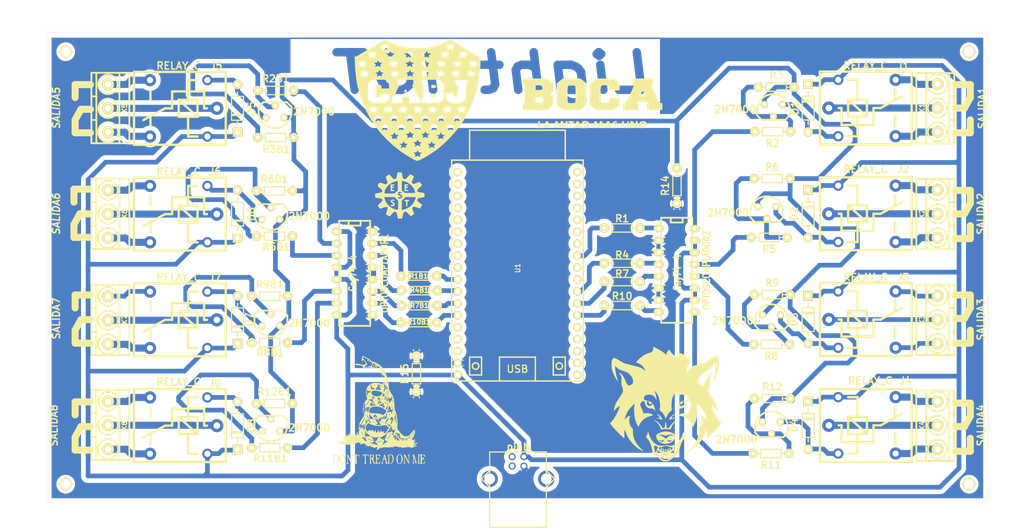
<source format=kicad_pcb>
(kicad_pcb (version 20171130) (host pcbnew 5.1.6+dfsg1-1)
  (layers (0 F.Cu signal) (31 B.Cu signal) (34 B.Paste user) (35 F.Paste user) (36 B.SilkS user) (37 F.SilkS user) (38 B.Mask user) (39 F.Mask user) (44 Edge.Cuts user))
  (net 0 "")
  (net 1 "Net-(D1-Pad1)")
  (net 2 GND)
  (net 3 "Net-(D2-Pad1)")
  (net 4 +5V)
  (net 5 /COM2)
  (net 6 /NA2)
  (net 7 /NC2)
  (net 8 /NC1)
  (net 9 /NA1)
  (net 10 /COM1)
  (net 11 "Net-(Q1-Pad2)")
  (net 12 Earth)
  (net 13 "Net-(Q2-Pad2)")
  (net 14 /IN1)
  (net 15 /IN2)
  (net 16 "Net-(D3-Pad1)")
  (net 17 "Net-(D4-Pad1)")
  (net 18 "Net-(D5-Pad1)")
  (net 19 "Net-(D6-Pad1)")
  (net 20 "Net-(D7-Pad1)")
  (net 21 "Net-(D8-Pad1)")
  (net 22 /NC3)
  (net 23 /NA3)
  (net 24 /COM3)
  (net 25 /NC4)
  (net 26 /NA4)
  (net 27 /COM4)
  (net 28 /COM5)
  (net 29 /NA5)
  (net 30 /NC5)
  (net 31 /COM6)
  (net 32 /NA6)
  (net 33 /NC6)
  (net 34 /COM7)
  (net 35 /NA7)
  (net 36 /NC7)
  (net 37 /NC8)
  (net 38 /NA8)
  (net 39 /COM8)
  (net 40 "Net-(Q3-Pad2)")
  (net 41 "Net-(Q4-Pad2)")
  (net 42 "Net-(Q5-Pad2)")
  (net 43 "Net-(Q6-Pad2)")
  (net 44 "Net-(Q7-Pad2)")
  (net 45 "Net-(Q8-Pad2)")
  (net 46 /IN3)
  (net 47 /IN4)
  (net 48 /IN6)
  (net 49 /IN8)
  (net 50 /IN5)
  (net 51 /IN7)
  (net 52 "Net-(OPTOSCOMPLADOR1-Pad2)")
  (net 53 "Net-(OPTOSCOMPLADOR1-Pad3)")
  (net 54 "Net-(OPTOSCOMPLADOR1-Pad6)")
  (net 55 "Net-(OPTOSCOMPLADOR1-Pad7)")
  (net 56 "Net-(OPTOSCOMPLADOR1-Pad10)")
  (net 57 "Net-(OPTOSCOMPLADOR1-Pad11)")
  (net 58 "Net-(OPTOSCOMPLADOR1-Pad14)")
  (net 59 "Net-(OPTOSCOMPLADOR1-Pad15)")
  (net 60 "Net-(OPTOSCOMPLADOR2-Pad16)")
  (net 61 "Net-(OPTOSCOMPLADOR2-Pad13)")
  (net 62 "Net-(OPTOSCOMPLADOR2-Pad12)")
  (net 63 "Net-(OPTOSCOMPLADOR2-Pad9)")
  (net 64 "Net-(OPTOSCOMPLADOR2-Pad8)")
  (net 65 "Net-(OPTOSCOMPLADOR2-Pad5)")
  (net 66 "Net-(OPTOSCOMPLADOR2-Pad4)")
  (net 67 "Net-(OPTOSCOMPLADOR2-Pad1)")
  (module esp32:SERPIENTE (layer F.Cu) (at 105.55 120.38)
    (fp_text reference G*** hide)
    (fp_text value LOGO hide)
  )
  (module "esp32:lobo_de 30mm" (layer F.Cu) (at 166.51 118.79)
    (fp_text reference G*** hide)
    (fp_text value LOGO hide)
  )
  (module esp32:logo_boca (layer F.Cu) (at 132.61 52.1)
    (fp_text reference G*** hide)
    (fp_text value LOGO hide)
  )
  (module EESTN5:BORNERA3_AZUL (layer F.Cu) (at 224.28 100.984 90)
    (fp_text reference J3 (at 8.984 -7.28 180) (layer F.SilkS) (effects (font (size 1.5 1.5) (thickness 0.3))))
    (fp_text value SALIDA3 (at -0.016 9.22 90) (layer F.SilkS) (effects (font (size 1.5 1.5) (thickness 0.3))))
    (pad 3 thru_hole circle (at 5.08 0 90) (size 2.5 2.5) (drill 1.3) (layers *.Cu *.Mask F.SilkS) (net 22 /NC3))
    (pad 1 thru_hole circle (at -5.08 0 90) (size 2.5 2.5) (drill 1.3) (layers *.Cu *.Mask F.SilkS) (net 23 /NA3))
    (pad 2 thru_hole circle (at 0 0 90) (size 2.5 2.5) (drill 1.3) (layers *.Cu *.Mask F.SilkS) (net 24 /COM3))
  )
  (module EESTN5:BORNERA3_AZUL (layer F.Cu) (at 224.28 123.484 90)
    (fp_text reference J4 (at 9.484 -6.78 180) (layer F.SilkS) (effects (font (size 1.5 1.5) (thickness 0.3))))
    (fp_text value SALIDA4 (at -0.016 9.22 90) (layer F.SilkS) (effects (font (size 1.5 1.5) (thickness 0.3))))
    (pad 2 thru_hole circle (at 0 0 90) (size 2.5 2.5) (drill 1.3) (layers *.Cu *.Mask F.SilkS) (net 27 /COM4))
    (pad 1 thru_hole circle (at -5.08 0 90) (size 2.5 2.5) (drill 1.3) (layers *.Cu *.Mask F.SilkS) (net 26 /NA4))
    (pad 3 thru_hole circle (at 5.08 0 90) (size 2.5 2.5) (drill 1.3) (layers *.Cu *.Mask F.SilkS) (net 25 /NC4))
  )
  (module EESTN5:BORNERA3_AZUL (layer F.Cu) (at 224.28 78.484 90)
    (fp_text reference J2 (at 9.484 -7.28 180) (layer F.SilkS) (effects (font (size 1.5 1.5) (thickness 0.3))))
    (fp_text value SALIDA2 (at -0.016 9.22 90) (layer F.SilkS) (effects (font (size 1.5 1.5) (thickness 0.3))))
    (pad 2 thru_hole circle (at 0 0 90) (size 2.5 2.5) (drill 1.3) (layers *.Cu *.Mask F.SilkS) (net 5 /COM2))
    (pad 1 thru_hole circle (at -5.08 0 90) (size 2.5 2.5) (drill 1.3) (layers *.Cu *.Mask F.SilkS) (net 6 /NA2))
    (pad 3 thru_hole circle (at 5.08 0 90) (size 2.5 2.5) (drill 1.3) (layers *.Cu *.Mask F.SilkS) (net 7 /NC2))
  )
  (module EESTN5:BORNERA3_AZUL (layer F.Cu) (at 224.28 55.984 90)
    (fp_text reference J1 (at 8.984 -7.28 180) (layer F.SilkS) (effects (font (size 1.5 1.5) (thickness 0.3))))
    (fp_text value SALIDA1 (at -0.016 9.47 90) (layer F.SilkS) (effects (font (size 1.5 1.5) (thickness 0.3))))
    (pad 3 thru_hole circle (at 5.08 0 90) (size 2.5 2.5) (drill 1.3) (layers *.Cu *.Mask F.SilkS) (net 8 /NC1))
    (pad 1 thru_hole circle (at -5.08 0 90) (size 2.5 2.5) (drill 1.3) (layers *.Cu *.Mask F.SilkS) (net 9 /NA1))
    (pad 2 thru_hole circle (at 0 0 90) (size 2.5 2.5) (drill 1.3) (layers *.Cu *.Mask F.SilkS) (net 10 /COM1))
  )
  (module EESTN5:BORNERA3_AZUL (layer F.Cu) (at 48.014 56.046 270)
    (fp_text reference J5 (at -9.046 -22.986 180) (layer F.SilkS) (effects (font (size 1.5 1.5) (thickness 0.3))))
    (fp_text value SALIDA5 (at -0.05 11.014 90) (layer F.SilkS) (effects (font (size 1.5 1.5) (thickness 0.3) italic)))
    (pad 3 thru_hole circle (at 5.08 0 270) (size 2.5 2.5) (drill 1.3) (layers *.Cu *.Mask F.SilkS) (net 30 /NC5))
    (pad 1 thru_hole circle (at -5.08 0 270) (size 2.5 2.5) (drill 1.3) (layers *.Cu *.Mask F.SilkS) (net 29 /NA5))
    (pad 2 thru_hole circle (at 0 0 270) (size 2.5 2.5) (drill 1.3) (layers *.Cu *.Mask F.SilkS) (net 28 /COM5))
  )
  (module EESTN5:BORNERA3_AZUL (layer F.Cu) (at 48.014 78.546 270)
    (fp_text reference J6 (at -9.046 -22.736 180) (layer F.SilkS) (effects (font (size 1.5 1.5) (thickness 0.3))))
    (fp_text value SALIDA6 (at -0.046 11.014 90) (layer F.SilkS) (effects (font (size 1.5 1.5) (thickness 0.3) italic)))
    (pad 2 thru_hole circle (at 0 0 270) (size 2.5 2.5) (drill 1.3) (layers *.Cu *.Mask F.SilkS) (net 31 /COM6))
    (pad 1 thru_hole circle (at -5.08 0 270) (size 2.5 2.5) (drill 1.3) (layers *.Cu *.Mask F.SilkS) (net 32 /NA6))
    (pad 3 thru_hole circle (at 5.08 0 270) (size 2.5 2.5) (drill 1.3) (layers *.Cu *.Mask F.SilkS) (net 33 /NC6))
  )
  (module EESTN5:BORNERA3_AZUL (layer F.Cu) (at 48.014 101.126 270)
    (fp_text reference J7 (at -9.126 -22.736 180) (layer F.SilkS) (effects (font (size 1.5 1.5) (thickness 0.3))))
    (fp_text value SALIDA7 (at -0.376 11.014 90) (layer F.SilkS) (effects (font (size 1.5 1.5) (thickness 0.3))))
    (pad 3 thru_hole circle (at 5.08 0 270) (size 2.5 2.5) (drill 1.3) (layers *.Cu *.Mask F.SilkS) (net 36 /NC7))
    (pad 1 thru_hole circle (at -5.08 0 270) (size 2.5 2.5) (drill 1.3) (layers *.Cu *.Mask F.SilkS) (net 35 /NA7))
    (pad 2 thru_hole circle (at 0 0 270) (size 2.5 2.5) (drill 1.3) (layers *.Cu *.Mask F.SilkS) (net 34 /COM7))
  )
  (module EESTN5:BORNERA3_AZUL (layer F.Cu) (at 48.014 123.466 270)
    (fp_text reference J8 (at -8.966 -22.736 180) (layer F.SilkS) (effects (font (size 1.5 1.5) (thickness 0.3))))
    (fp_text value SALIDA8 (at 0.034 11.514 90) (layer F.SilkS) (effects (font (size 1.5 1.5) (thickness 0.3))))
    (pad 2 thru_hole circle (at 0 0 270) (size 2.5 2.5) (drill 1.3) (layers *.Cu *.Mask F.SilkS) (net 39 /COM8))
    (pad 1 thru_hole circle (at -5.08 0 270) (size 2.5 2.5) (drill 1.3) (layers *.Cu *.Mask F.SilkS) (net 38 /NA8))
    (pad 3 thru_hole circle (at 5.08 0 270) (size 2.5 2.5) (drill 1.3) (layers *.Cu *.Mask F.SilkS) (net 37 /NC8))
  )
  (module EESTN5:Relay_C (layer F.Cu) (at 209.28 78.484 90)
    (fp_text reference K2 (at 0 11.72 90) (layer F.SilkS) (effects (font (thickness 0.25))))
    (fp_text value RELAY_C (at 9.484 -0.28 180) (layer F.SilkS) (effects (font (size 1.524 1.524) (thickness 0.3048))))
    (pad 1 thru_hole circle (at 0 -8.1 90) (size 2.8 2.8) (drill 1.4) (layers *.Cu *.Mask) (net 5 /COM2))
    (pad 5 thru_hole circle (at 6 -6.1 90) (size 2.2 2.2) (drill 1.3) (layers *.Cu *.Mask) (net 4 +5V))
    (pad 4 thru_hole circle (at 6 6.1 90) (size 2.6 2.6) (drill 1.3) (layers *.Cu *.Mask) (net 7 /NC2))
    (pad 3 thru_hole circle (at -6 6.1 90) (size 2.6 2.6) (drill 1.3) (layers *.Cu *.Mask) (net 6 /NA2))
    (pad 2 thru_hole circle (at -6 -6.1 90) (size 2.2 2.2) (drill 1.3) (layers *.Cu *.Mask) (net 3 "Net-(D2-Pad1)"))
  )
  (module EESTN5:Relay_C (layer F.Cu) (at 209.28 55.984 90)
    (fp_text reference K1 (at 0 11.72 90) (layer F.SilkS) (effects (font (thickness 0.25))))
    (fp_text value RELAY_C (at 8.984 -0.28 180) (layer F.SilkS) (effects (font (size 1.524 1.524) (thickness 0.3048))))
    (pad 2 thru_hole circle (at -6 -6.1 90) (size 2.2 2.2) (drill 1.3) (layers *.Cu *.Mask) (net 1 "Net-(D1-Pad1)"))
    (pad 3 thru_hole circle (at -6 6.1 90) (size 2.6 2.6) (drill 1.3) (layers *.Cu *.Mask) (net 9 /NA1))
    (pad 4 thru_hole circle (at 6 6.1 90) (size 2.6 2.6) (drill 1.3) (layers *.Cu *.Mask) (net 8 /NC1))
    (pad 5 thru_hole circle (at 6 -6.1 90) (size 2.2 2.2) (drill 1.3) (layers *.Cu *.Mask) (net 4 +5V))
    (pad 1 thru_hole circle (at 0 -8.1 90) (size 2.8 2.8) (drill 1.4) (layers *.Cu *.Mask) (net 10 /COM1))
  )
  (module EESTN5:Relay_C (layer F.Cu) (at 209.28 100.984 90)
    (fp_text reference K3 (at -0.016 11.72 90) (layer F.SilkS) (effects (font (thickness 0.25))))
    (fp_text value RELAY_C (at 8.984 -0.28 180) (layer F.SilkS) (effects (font (size 1.524 1.524) (thickness 0.3048))))
    (pad 1 thru_hole circle (at 0 -8.1 90) (size 2.8 2.8) (drill 1.4) (layers *.Cu *.Mask) (net 24 /COM3))
    (pad 5 thru_hole circle (at 6 -6.1 90) (size 2.2 2.2) (drill 1.3) (layers *.Cu *.Mask) (net 4 +5V))
    (pad 4 thru_hole circle (at 6 6.1 90) (size 2.6 2.6) (drill 1.3) (layers *.Cu *.Mask) (net 22 /NC3))
    (pad 3 thru_hole circle (at -6 6.1 90) (size 2.6 2.6) (drill 1.3) (layers *.Cu *.Mask) (net 23 /NA3))
    (pad 2 thru_hole circle (at -6 -6.1 90) (size 2.2 2.2) (drill 1.3) (layers *.Cu *.Mask) (net 16 "Net-(D3-Pad1)"))
  )
  (module EESTN5:Relay_C (layer F.Cu) (at 209.28 123.484 90)
    (fp_text reference K4 (at -0.016 11.72 90) (layer F.SilkS) (effects (font (thickness 0.25))))
    (fp_text value RELAY_C (at 9.484 0.72 180) (layer F.SilkS) (effects (font (size 1.524 1.524) (thickness 0.3048))))
    (pad 2 thru_hole circle (at -6 -6.1 90) (size 2.2 2.2) (drill 1.3) (layers *.Cu *.Mask) (net 17 "Net-(D4-Pad1)"))
    (pad 3 thru_hole circle (at -6 6.1 90) (size 2.6 2.6) (drill 1.3) (layers *.Cu *.Mask) (net 26 /NA4))
    (pad 4 thru_hole circle (at 6 6.1 90) (size 2.6 2.6) (drill 1.3) (layers *.Cu *.Mask) (net 25 /NC4))
    (pad 5 thru_hole circle (at 6 -6.1 90) (size 2.2 2.2) (drill 1.3) (layers *.Cu *.Mask) (net 4 +5V))
    (pad 1 thru_hole circle (at 0 -8.1 90) (size 2.8 2.8) (drill 1.4) (layers *.Cu *.Mask) (net 27 /COM4))
  )
  (module EESTN5:Relay_C (layer F.Cu) (at 63.014 78.546 270)
    (fp_text reference K6 (at -0.046 11.514 90) (layer F.SilkS) (effects (font (thickness 0.25))))
    (fp_text value RELAY_C (at -9.046 0.014 180) (layer F.SilkS) (effects (font (size 1.524 1.524) (thickness 0.3048))))
    (pad 2 thru_hole circle (at -6 -6.1 270) (size 2.2 2.2) (drill 1.3) (layers *.Cu *.Mask) (net 19 "Net-(D6-Pad1)"))
    (pad 3 thru_hole circle (at -6 6.1 270) (size 2.6 2.6) (drill 1.3) (layers *.Cu *.Mask) (net 32 /NA6))
    (pad 4 thru_hole circle (at 6 6.1 270) (size 2.6 2.6) (drill 1.3) (layers *.Cu *.Mask) (net 33 /NC6))
    (pad 5 thru_hole circle (at 6 -6.1 270) (size 2.2 2.2) (drill 1.3) (layers *.Cu *.Mask) (net 4 +5V))
    (pad 1 thru_hole circle (at 0 -8.1 270) (size 2.8 2.8) (drill 1.4) (layers *.Cu *.Mask) (net 31 /COM6))
  )
  (module EESTN5:Relay_C (layer F.Cu) (at 63.014 123.546 270)
    (fp_text reference K8 (at 0 11.514 90) (layer F.SilkS) (effects (font (thickness 0.25))))
    (fp_text value RELAY_C (at -9.296 0.014 180) (layer F.SilkS) (effects (font (size 1.524 1.524) (thickness 0.3048))))
    (pad 1 thru_hole circle (at 0 -8.1 270) (size 2.8 2.8) (drill 1.4) (layers *.Cu *.Mask) (net 39 /COM8))
    (pad 5 thru_hole circle (at 6 -6.1 270) (size 2.2 2.2) (drill 1.3) (layers *.Cu *.Mask) (net 4 +5V))
    (pad 4 thru_hole circle (at 6 6.1 270) (size 2.6 2.6) (drill 1.3) (layers *.Cu *.Mask) (net 37 /NC8))
    (pad 3 thru_hole circle (at -6 6.1 270) (size 2.6 2.6) (drill 1.3) (layers *.Cu *.Mask) (net 38 /NA8))
    (pad 2 thru_hole circle (at -6 -6.1 270) (size 2.2 2.2) (drill 1.3) (layers *.Cu *.Mask) (net 21 "Net-(D8-Pad1)"))
  )
  (module EESTN5:Relay_C (layer F.Cu) (at 63.014 56.046 270)
    (fp_text reference K5 (at 0 11.514 90) (layer F.SilkS) (effects (font (thickness 0.25))))
    (fp_text value RELAY_C (at -9.046 0.014 180) (layer F.SilkS) (effects (font (size 1.524 1.524) (thickness 0.3048))))
    (pad 2 thru_hole circle (at -6 -6.1 270) (size 2.2 2.2) (drill 1.3) (layers *.Cu *.Mask) (net 18 "Net-(D5-Pad1)"))
    (pad 3 thru_hole circle (at -6 6.1 270) (size 2.6 2.6) (drill 1.3) (layers *.Cu *.Mask) (net 29 /NA5))
    (pad 4 thru_hole circle (at 6 6.1 270) (size 2.6 2.6) (drill 1.3) (layers *.Cu *.Mask) (net 30 /NC5))
    (pad 5 thru_hole circle (at 6 -6.1 270) (size 2.2 2.2) (drill 1.3) (layers *.Cu *.Mask) (net 4 +5V))
    (pad 1 thru_hole circle (at 0 -8.1 270) (size 2.8 2.8) (drill 1.4) (layers *.Cu *.Mask) (net 28 /COM5))
  )
  (module EESTN5:Relay_C (layer F.Cu) (at 63.014 101.046 270)
    (fp_text reference K7 (at -0.046 11.514 90) (layer F.SilkS) (effects (font (thickness 0.25))))
    (fp_text value RELAY_C (at -9.046 0.014 180) (layer F.SilkS) (effects (font (size 1.524 1.524) (thickness 0.3048))))
    (pad 1 thru_hole circle (at 0 -8.1 270) (size 2.8 2.8) (drill 1.4) (layers *.Cu *.Mask) (net 34 /COM7))
    (pad 5 thru_hole circle (at 6 -6.1 270) (size 2.2 2.2) (drill 1.3) (layers *.Cu *.Mask) (net 4 +5V))
    (pad 4 thru_hole circle (at 6 6.1 270) (size 2.6 2.6) (drill 1.3) (layers *.Cu *.Mask) (net 36 /NC7))
    (pad 3 thru_hole circle (at -6 6.1 270) (size 2.6 2.6) (drill 1.3) (layers *.Cu *.Mask) (net 35 /NA7))
    (pad 2 thru_hole circle (at -6 -6.1 270) (size 2.2 2.2) (drill 1.3) (layers *.Cu *.Mask) (net 20 "Net-(D7-Pad1)"))
  )
  (module EESTN5:DIP_16-300 (layer F.Cu) (at 100.4 91.15 270)
    (fp_text reference OPTOSCOMPLADOR1 (at 0 -6.35 90) (layer F.SilkS) (effects (font (size 1.524 1.143) (thickness 0.28702))))
    (fp_text value Cny74-4 (at 0 0.4 90) (layer F.SilkS) (effects (font (size 1.524 1.143) (thickness 0.28575))))
    (pad 1 thru_hole oval (at -8.89 3.81 270) (size 1.50114 2.19964) (drill 0.8001) (layers *.Cu *.Mask F.SilkS) (net 4 +5V))
    (pad 2 thru_hole oval (at -6.35 3.81 270) (size 1.50114 2.19964) (drill 0.8001) (layers *.Cu *.Mask F.SilkS) (net 52 "Net-(OPTOSCOMPLADOR1-Pad2)"))
    (pad 3 thru_hole oval (at -3.81 3.81 270) (size 1.50114 2.19964) (drill 0.8001) (layers *.Cu *.Mask F.SilkS) (net 53 "Net-(OPTOSCOMPLADOR1-Pad3)"))
    (pad 4 thru_hole oval (at -1.27 3.81 270) (size 1.50114 2.19964) (drill 0.8001) (layers *.Cu *.Mask F.SilkS) (net 4 +5V))
    (pad 5 thru_hole oval (at 1.27 3.81 270) (size 1.50114 2.19964) (drill 0.8001) (layers *.Cu *.Mask F.SilkS) (net 4 +5V))
    (pad 6 thru_hole oval (at 3.81 3.81 270) (size 1.50114 2.19964) (drill 0.8001) (layers *.Cu *.Mask F.SilkS) (net 54 "Net-(OPTOSCOMPLADOR1-Pad6)"))
    (pad 7 thru_hole oval (at 6.35 3.81 270) (size 1.50114 2.19964) (drill 0.8001) (layers *.Cu *.Mask F.SilkS) (net 55 "Net-(OPTOSCOMPLADOR1-Pad7)"))
    (pad 8 thru_hole oval (at 8.89 3.81 270) (size 1.50114 2.19964) (drill 0.8001) (layers *.Cu *.Mask F.SilkS) (net 4 +5V))
    (pad 9 thru_hole oval (at 8.89 -3.81 270) (size 1.50114 2.19964) (drill 0.8001) (layers *.Cu *.Mask F.SilkS) (net 2 GND))
    (pad 10 thru_hole oval (at 6.35 -3.81 270) (size 1.50114 2.19964) (drill 0.8001) (layers *.Cu *.Mask F.SilkS) (net 56 "Net-(OPTOSCOMPLADOR1-Pad10)"))
    (pad 11 thru_hole oval (at 3.81 -3.81 270) (size 1.50114 2.19964) (drill 0.8001) (layers *.Cu *.Mask F.SilkS) (net 57 "Net-(OPTOSCOMPLADOR1-Pad11)"))
    (pad 12 thru_hole oval (at 1.27 -3.81 270) (size 1.50114 2.19964) (drill 0.8001) (layers *.Cu *.Mask F.SilkS) (net 2 GND))
    (pad 13 thru_hole oval (at -1.27 -3.81 270) (size 1.50114 2.19964) (drill 0.8001) (layers *.Cu *.Mask F.SilkS) (net 2 GND))
    (pad 14 thru_hole oval (at -3.81 -3.81 270) (size 1.50114 2.19964) (drill 0.8001) (layers *.Cu *.Mask F.SilkS) (net 58 "Net-(OPTOSCOMPLADOR1-Pad14)"))
    (pad 15 thru_hole oval (at -6.35 -3.81 270) (size 1.50114 2.19964) (drill 0.8001) (layers *.Cu *.Mask F.SilkS) (net 59 "Net-(OPTOSCOMPLADOR1-Pad15)"))
    (pad 16 thru_hole oval (at -8.89 -3.81 270) (size 1.50114 2.19964) (drill 0.8001) (layers *.Cu *.Mask F.SilkS) (net 2 GND))
  )
  (module EESTN5:DIP_16-300 (layer F.Cu) (at 168.85 90.5 270)
    (fp_text reference OPTOSCOMPLADOR2 (at 0 -6.35 90) (layer F.SilkS) (effects (font (size 1.524 1.143) (thickness 0.28702))))
    (fp_text value Cny74-4 (at 0.5 -0.15 90) (layer F.SilkS) (effects (font (size 1.524 1.143) (thickness 0.28575))))
    (pad 16 thru_hole oval (at -8.89 -3.81 270) (size 1.50114 2.19964) (drill 0.8001) (layers *.Cu *.Mask F.SilkS) (net 60 "Net-(OPTOSCOMPLADOR2-Pad16)"))
    (pad 15 thru_hole oval (at -6.35 -3.81 270) (size 1.50114 2.19964) (drill 0.8001) (layers *.Cu *.Mask F.SilkS) (net 4 +5V))
    (pad 14 thru_hole oval (at -3.81 -3.81 270) (size 1.50114 2.19964) (drill 0.8001) (layers *.Cu *.Mask F.SilkS) (net 4 +5V))
    (pad 13 thru_hole oval (at -1.27 -3.81 270) (size 1.50114 2.19964) (drill 0.8001) (layers *.Cu *.Mask F.SilkS) (net 61 "Net-(OPTOSCOMPLADOR2-Pad13)"))
    (pad 12 thru_hole oval (at 1.27 -3.81 270) (size 1.50114 2.19964) (drill 0.8001) (layers *.Cu *.Mask F.SilkS) (net 62 "Net-(OPTOSCOMPLADOR2-Pad12)"))
    (pad 11 thru_hole oval (at 3.81 -3.81 270) (size 1.50114 2.19964) (drill 0.8001) (layers *.Cu *.Mask F.SilkS) (net 4 +5V))
    (pad 10 thru_hole oval (at 6.35 -3.81 270) (size 1.50114 2.19964) (drill 0.8001) (layers *.Cu *.Mask F.SilkS) (net 4 +5V))
    (pad 9 thru_hole oval (at 8.89 -3.81 270) (size 1.50114 2.19964) (drill 0.8001) (layers *.Cu *.Mask F.SilkS) (net 63 "Net-(OPTOSCOMPLADOR2-Pad9)"))
    (pad 8 thru_hole oval (at 8.89 3.81 270) (size 1.50114 2.19964) (drill 0.8001) (layers *.Cu *.Mask F.SilkS) (net 64 "Net-(OPTOSCOMPLADOR2-Pad8)"))
    (pad 7 thru_hole oval (at 6.35 3.81 270) (size 1.50114 2.19964) (drill 0.8001) (layers *.Cu *.Mask F.SilkS) (net 2 GND))
    (pad 6 thru_hole oval (at 3.81 3.81 270) (size 1.50114 2.19964) (drill 0.8001) (layers *.Cu *.Mask F.SilkS) (net 2 GND))
    (pad 5 thru_hole oval (at 1.27 3.81 270) (size 1.50114 2.19964) (drill 0.8001) (layers *.Cu *.Mask F.SilkS) (net 65 "Net-(OPTOSCOMPLADOR2-Pad5)"))
    (pad 4 thru_hole oval (at -1.27 3.81 270) (size 1.50114 2.19964) (drill 0.8001) (layers *.Cu *.Mask F.SilkS) (net 66 "Net-(OPTOSCOMPLADOR2-Pad4)"))
    (pad 3 thru_hole oval (at -3.81 3.81 270) (size 1.50114 2.19964) (drill 0.8001) (layers *.Cu *.Mask F.SilkS) (net 2 GND))
    (pad 2 thru_hole oval (at -6.35 3.81 270) (size 1.50114 2.19964) (drill 0.8001) (layers *.Cu *.Mask F.SilkS) (net 2 GND))
    (pad 1 thru_hole oval (at -8.89 3.81 270) (size 1.50114 2.19964) (drill 0.8001) (layers *.Cu *.Mask F.SilkS) (net 67 "Net-(OPTOSCOMPLADOR2-Pad1)"))
  )
  (module EESTN5:USB_B (layer F.Cu) (at 135.128 137.16)
    (fp_text reference P1 hide)
    (fp_text value pinb (at 0 -9.10082) (layer F.SilkS) (effects (font (size 1.524 1.524) (thickness 0.3048))))
    (pad 3 thru_hole circle (at -1.2446 -5.0038) (size 1.50114 1.50114) (drill 0.94996) (layers *.Cu *.Mask))
    (pad 4 thru_hole circle (at 1.2446 -5.0038) (size 1.50114 1.50114) (drill 0.94996) (layers *.Cu *.Mask) (net 2 GND))
    (pad 1 thru_hole circle (at 1.2446 -7.0104) (size 1.50114 1.50114) (drill 0.94996) (layers *.Cu *.Mask) (net 4 +5V))
    (pad 2 thru_hole circle (at -1.2446 -7.0104) (size 1.50114 1.50114) (drill 0.94996) (layers *.Cu *.Mask))
    (pad "" thru_hole circle (at -6.0198 -2.286) (size 3.50012 3.50012) (drill 2.30124) (layers *.Cu *.Mask))
    (pad "" thru_hole circle (at 6.0198 -2.286) (size 3.50012 3.50012) (drill 2.30124) (layers *.Cu *.Mask))
  )
  (module EESTN5:ESP32_DEVKITC1 (layer F.Cu) (at 135 89.916 270)
    (fp_text reference U1 (at 0.127 -0.0635 90) (layer F.SilkS) (effects (font (size 1.016 1.016) (thickness 0.2032))))
    (fp_text value ESP32_DEVKITC hide)
    (fp_text user USB (at 21.59 0) (layer F.SilkS) (effects (font (size 1.524 1.524) (thickness 0.254))))
    (pad 18 thru_hole circle (at -20.32 12.7 270) (size 1.75 1.75) (drill 1) (layers *.Cu *.Mask F.SilkS))
    (pad 17 thru_hole circle (at -17.78 12.7 270) (size 1.75 1.75) (drill 1) (layers *.Cu *.Mask F.SilkS))
    (pad 16 thru_hole circle (at -15.24 12.7 270) (size 1.75 1.75) (drill 1) (layers *.Cu *.Mask F.SilkS))
    (pad 15 thru_hole circle (at -12.7 12.7 270) (size 1.75 1.75) (drill 1) (layers *.Cu *.Mask F.SilkS))
    (pad 14 thru_hole circle (at -10.16 12.7 270) (size 1.75 1.75) (drill 1) (layers *.Cu *.Mask F.SilkS))
    (pad 13 thru_hole circle (at -7.62 12.7 270) (size 1.75 1.75) (drill 1) (layers *.Cu *.Mask F.SilkS))
    (pad 12 thru_hole circle (at -5.08 12.7 270) (size 1.75 1.75) (drill 1) (layers *.Cu *.Mask F.SilkS))
    (pad 11 thru_hole circle (at -2.54 12.7 270) (size 1.75 1.75) (drill 1) (layers *.Cu *.Mask F.SilkS))
    (pad 10 thru_hole circle (at 0 12.7 270) (size 1.75 1.75) (drill 1) (layers *.Cu *.Mask F.SilkS))
    (pad 9 thru_hole circle (at 2.54 12.7 270) (size 1.75 1.75) (drill 1) (layers *.Cu *.Mask F.SilkS) (net 50 /IN5))
    (pad 8 thru_hole circle (at 5.08 12.7 270) (size 1.75 1.75) (drill 1) (layers *.Cu *.Mask F.SilkS) (net 48 /IN6))
    (pad 7 thru_hole circle (at 7.62 12.7 270) (size 1.75 1.75) (drill 1) (layers *.Cu *.Mask F.SilkS) (net 51 /IN7))
    (pad 6 thru_hole circle (at 10.16 12.7 270) (size 1.75 1.75) (drill 1) (layers *.Cu *.Mask F.SilkS) (net 49 /IN8))
    (pad 5 thru_hole circle (at 12.7 12.7 270) (size 1.75 1.75) (drill 1) (layers *.Cu *.Mask F.SilkS))
    (pad 4 thru_hole circle (at 15.24 12.7 270) (size 1.75 1.75) (drill 1) (layers *.Cu *.Mask F.SilkS))
    (pad 3 thru_hole circle (at 17.78 12.7 270) (size 1.75 1.75) (drill 1) (layers *.Cu *.Mask F.SilkS))
    (pad 2 thru_hole circle (at 20.32 12.7 270) (size 1.75 1.75) (drill 1) (layers *.Cu *.Mask F.SilkS) (net 2 GND))
    (pad 1 thru_hole circle (at 22.86 12.7 270) (size 1.75 1.75) (drill 1) (layers *.Cu *.Mask F.SilkS) (net 4 +5V))
    (pad 19 thru_hole circle (at 22.86 -12.7 90) (size 1.75 1.75) (drill 1) (layers *.Cu *.Mask F.SilkS))
    (pad 20 thru_hole circle (at 20.32 -12.7 90) (size 1.75 1.75) (drill 1) (layers *.Cu *.Mask F.SilkS))
    (pad 21 thru_hole circle (at 17.78 -12.7 90) (size 1.75 1.75) (drill 1) (layers *.Cu *.Mask F.SilkS))
    (pad 22 thru_hole circle (at 15.24 -12.7 90) (size 1.75 1.75) (drill 1) (layers *.Cu *.Mask F.SilkS))
    (pad 23 thru_hole circle (at 12.7 -12.7 90) (size 1.75 1.75) (drill 1) (layers *.Cu *.Mask F.SilkS))
    (pad 24 thru_hole circle (at 10.16 -12.7 90) (size 1.75 1.75) (drill 1) (layers *.Cu *.Mask F.SilkS) (net 47 /IN4))
    (pad 25 thru_hole circle (at 7.62 -12.7 90) (size 1.75 1.75) (drill 1) (layers *.Cu *.Mask F.SilkS) (net 46 /IN3))
    (pad 26 thru_hole circle (at 5.08 -12.7 90) (size 1.75 1.75) (drill 1) (layers *.Cu *.Mask F.SilkS) (net 15 /IN2))
    (pad 27 thru_hole circle (at 2.54 -12.7 90) (size 1.75 1.75) (drill 1) (layers *.Cu *.Mask F.SilkS))
    (pad 28 thru_hole circle (at 0 -12.7 90) (size 1.75 1.75) (drill 1) (layers *.Cu *.Mask F.SilkS))
    (pad 29 thru_hole circle (at -2.54 -12.7 90) (size 1.75 1.75) (drill 1) (layers *.Cu *.Mask F.SilkS) (net 14 /IN1))
    (pad 30 thru_hole circle (at -5.08 -12.7 90) (size 1.75 1.75) (drill 1) (layers *.Cu *.Mask F.SilkS))
    (pad 31 thru_hole circle (at -7.62 -12.7 90) (size 1.75 1.75) (drill 1) (layers *.Cu *.Mask F.SilkS))
    (pad 32 thru_hole circle (at -10.16 -12.7 90) (size 1.75 1.75) (drill 1) (layers *.Cu *.Mask F.SilkS))
    (pad 33 thru_hole circle (at -12.7 -12.7 90) (size 1.75 1.75) (drill 1) (layers *.Cu *.Mask F.SilkS))
    (pad 34 thru_hole circle (at -15.24 -12.7 90) (size 1.75 1.75) (drill 1) (layers *.Cu *.Mask F.SilkS))
    (pad 35 thru_hole circle (at -17.78 -12.7 90) (size 1.75 1.75) (drill 1) (layers *.Cu *.Mask F.SilkS))
    (pad 36 thru_hole circle (at -20.32 -12.7 90) (size 1.75 1.75) (drill 1) (layers *.Cu *.Mask F.SilkS))
  )
  (module EESTN5:hole_2mm (layer F.Cu) (at 39 44)
    (fp_text reference H1 hide)
    (fp_text value Mounting_Hole hide)
    (pad 1 thru_hole circle (at 0 0) (size 1.99898 1.99898) (drill 1.99898) (layers *.Cu F.SilkS))
  )
  (module EESTN5:hole_2mm (layer F.Cu) (at 231 44)
    (fp_text reference H2 hide)
    (fp_text value Mounting_Hole hide)
    (pad 1 thru_hole circle (at 0 0) (size 1.99898 1.99898) (drill 1.99898) (layers *.Cu F.SilkS))
  )
  (module EESTN5:hole_2mm (layer F.Cu) (at 231 136)
    (fp_text reference H3 hide)
    (fp_text value Mounting_Hole hide)
    (pad 1 thru_hole circle (at 0 0) (size 1.99898 1.99898) (drill 1.99898) (layers *.Cu F.SilkS))
  )
  (module EESTN5:hole_2mm (layer F.Cu) (at 39 136)
    (fp_text reference H4 hide)
    (fp_text value Mounting_Hole hide)
    (pad 1 thru_hole circle (at 0 0) (size 1.99898 1.99898) (drill 1.99898) (layers *.Cu F.SilkS))
  )
  (module EESTN5:LOGO_EESTN5 (layer F.Cu) (at 110 74.5)
    (fp_text reference G1 hide)
    (fp_text value Logo_EESTN5 hide)
  )
  (module EESTN5:to92 (layer F.Cu) (at 189.406 56.5)
    (fp_text reference Q1 hide)
    (fp_text value 2N7000 (at -8.156 -0.25) (layer F.SilkS) (effects (font (size 1.524 1.524) (thickness 0.3048))))
    (pad 1 thru_hole circle (at -1.905 -1.27) (size 1.524 1.524) (drill 0.762) (layers *.Cu *.Mask F.SilkS) (net 12 Earth))
    (pad 2 thru_hole circle (at 0 1.27) (size 1.524 1.524) (drill 0.762) (layers *.Cu *.Mask F.SilkS) (net 11 "Net-(Q1-Pad2)"))
    (pad 3 thru_hole circle (at 1.905 -1.27) (size 1.524 1.524) (drill 0.762) (layers *.Cu *.Mask F.SilkS) (net 1 "Net-(D1-Pad1)"))
  )
  (module EESTN5:to92 (layer F.Cu) (at 188 78.25)
    (fp_text reference Q2 hide)
    (fp_text value 2N7000 (at -8.25 0) (layer F.SilkS) (effects (font (size 1.524 1.524) (thickness 0.3048))))
    (pad 1 thru_hole circle (at -1.905 -1.27) (size 1.524 1.524) (drill 0.762) (layers *.Cu *.Mask F.SilkS) (net 12 Earth))
    (pad 2 thru_hole circle (at 0 1.27) (size 1.524 1.524) (drill 0.762) (layers *.Cu *.Mask F.SilkS) (net 13 "Net-(Q2-Pad2)"))
    (pad 3 thru_hole circle (at 1.905 -1.27) (size 1.524 1.524) (drill 0.762) (layers *.Cu *.Mask F.SilkS) (net 3 "Net-(D2-Pad1)"))
  )
  (module EESTN5:to92 (layer F.Cu) (at 189 101.25)
    (fp_text reference Q3 hide)
    (fp_text value 2N7000 (at -8.25 0) (layer F.SilkS) (effects (font (size 1.524 1.524) (thickness 0.3048))))
    (pad 3 thru_hole circle (at 1.905 -1.27) (size 1.524 1.524) (drill 0.762) (layers *.Cu *.Mask F.SilkS) (net 16 "Net-(D3-Pad1)"))
    (pad 2 thru_hole circle (at 0 1.27) (size 1.524 1.524) (drill 0.762) (layers *.Cu *.Mask F.SilkS) (net 40 "Net-(Q3-Pad2)"))
    (pad 1 thru_hole circle (at -1.905 -1.27) (size 1.524 1.524) (drill 0.762) (layers *.Cu *.Mask F.SilkS) (net 12 Earth))
  )
  (module EESTN5:to92 (layer F.Cu) (at 189 124)
    (fp_text reference Q4 hide)
    (fp_text value 2N7000 (at -7.44 2.48) (layer F.SilkS) (effects (font (size 1.524 1.524) (thickness 0.3048))))
    (pad 1 thru_hole circle (at -1.905 -1.27) (size 1.524 1.524) (drill 0.762) (layers *.Cu *.Mask F.SilkS) (net 12 Earth))
    (pad 2 thru_hole circle (at 0 1.27) (size 1.524 1.524) (drill 0.762) (layers *.Cu *.Mask F.SilkS) (net 41 "Net-(Q4-Pad2)"))
    (pad 3 thru_hole circle (at 1.905 -1.27) (size 1.524 1.524) (drill 0.762) (layers *.Cu *.Mask F.SilkS) (net 17 "Net-(D4-Pad1)"))
  )
  (module EESTN5:to92 (layer F.Cu) (at 83.5 56.75 180)
    (fp_text reference Q5 hide)
    (fp_text value 2N7000 (at -8.25 0) (layer F.SilkS) (effects (font (size 1.524 1.524) (thickness 0.3048))))
    (pad 3 thru_hole circle (at 1.905 -1.27 180) (size 1.524 1.524) (drill 0.762) (layers *.Cu *.Mask F.SilkS) (net 18 "Net-(D5-Pad1)"))
    (pad 2 thru_hole circle (at 0 1.27 180) (size 1.524 1.524) (drill 0.762) (layers *.Cu *.Mask F.SilkS) (net 42 "Net-(Q5-Pad2)"))
    (pad 1 thru_hole circle (at -1.905 -1.27 180) (size 1.524 1.524) (drill 0.762) (layers *.Cu *.Mask F.SilkS) (net 12 Earth))
  )
  (module EESTN5:to92 (layer F.Cu) (at 82.608 78.422 180)
    (fp_text reference Q6 hide)
    (fp_text value 2N7000 (at -8.142 -0.578) (layer F.SilkS) (effects (font (size 1.524 1.524) (thickness 0.3048))))
    (pad 3 thru_hole circle (at 1.905 -1.27 180) (size 1.524 1.524) (drill 0.762) (layers *.Cu *.Mask F.SilkS) (net 19 "Net-(D6-Pad1)"))
    (pad 2 thru_hole circle (at 0 1.27 180) (size 1.524 1.524) (drill 0.762) (layers *.Cu *.Mask F.SilkS) (net 43 "Net-(Q6-Pad2)"))
    (pad 1 thru_hole circle (at -1.905 -1.27 180) (size 1.524 1.524) (drill 0.762) (layers *.Cu *.Mask F.SilkS) (net 12 Earth))
  )
  (module EESTN5:to92 (layer F.Cu) (at 82.608 101.068 180)
    (fp_text reference Q7 hide)
    (fp_text value 2N7000 (at -8.142 -0.682) (layer F.SilkS) (effects (font (size 1.524 1.524) (thickness 0.3048))))
    (pad 1 thru_hole circle (at -1.905 -1.27 180) (size 1.524 1.524) (drill 0.762) (layers *.Cu *.Mask F.SilkS) (net 12 Earth))
    (pad 2 thru_hole circle (at 0 1.27 180) (size 1.524 1.524) (drill 0.762) (layers *.Cu *.Mask F.SilkS) (net 44 "Net-(Q7-Pad2)"))
    (pad 3 thru_hole circle (at 1.905 -1.27 180) (size 1.524 1.524) (drill 0.762) (layers *.Cu *.Mask F.SilkS) (net 20 "Net-(D7-Pad1)"))
  )
  (module EESTN5:to92 (layer F.Cu) (at 82.608 123.42 180)
    (fp_text reference Q8 hide)
    (fp_text value 2N7000 (at -8.142 -0.58) (layer F.SilkS) (effects (font (size 1.524 1.524) (thickness 0.3048))))
    (pad 3 thru_hole circle (at 1.905 -1.27 180) (size 1.524 1.524) (drill 0.762) (layers *.Cu *.Mask F.SilkS) (net 21 "Net-(D8-Pad1)"))
    (pad 2 thru_hole circle (at 0 1.27 180) (size 1.524 1.524) (drill 0.762) (layers *.Cu *.Mask F.SilkS) (net 45 "Net-(Q8-Pad2)"))
    (pad 1 thru_hole circle (at -1.905 -1.27 180) (size 1.524 1.524) (drill 0.762) (layers *.Cu *.Mask F.SilkS) (net 12 Earth))
  )
  (module EESTN5:DO-41 (layer F.Cu) (at 196.78 55.984 90)
    (fp_text reference D1 (at 0 -2.78 90) (layer F.SilkS) (effects (font (size 1.524 1.524) (thickness 0.3048))))
    (fp_text value DIODE hide)
    (pad 2 thru_hole rect (at 5.08 0 90) (size 1.99898 1.99898) (drill 1.00076) (layers *.Cu *.Mask F.SilkS) (net 4 +5V))
    (pad 1 thru_hole circle (at -5.08 0 90) (size 1.99898 1.99898) (drill 1.00076) (layers *.Cu *.Mask F.SilkS) (net 1 "Net-(D1-Pad1)"))
  )
  (module EESTN5:DO-41 (layer F.Cu) (at 196.78 78.484 90)
    (fp_text reference D2 (at 0 -3 90) (layer F.SilkS) (effects (font (size 1.524 1.524) (thickness 0.3048))))
    (fp_text value DIODE hide)
    (pad 2 thru_hole rect (at 5.08 0 90) (size 1.99898 1.99898) (drill 1.00076) (layers *.Cu *.Mask F.SilkS) (net 4 +5V))
    (pad 1 thru_hole circle (at -5.08 0 90) (size 1.99898 1.99898) (drill 1.00076) (layers *.Cu *.Mask F.SilkS) (net 3 "Net-(D2-Pad1)"))
  )
  (module EESTN5:DO-41 (layer F.Cu) (at 196.78 100.984 90)
    (fp_text reference D3 (at 0 -3 90) (layer F.SilkS) (effects (font (size 1.524 1.524) (thickness 0.3048))))
    (fp_text value DIODE hide)
    (pad 1 thru_hole circle (at -5.08 0 90) (size 1.99898 1.99898) (drill 1.00076) (layers *.Cu *.Mask F.SilkS) (net 16 "Net-(D3-Pad1)"))
    (pad 2 thru_hole rect (at 5.08 0 90) (size 1.99898 1.99898) (drill 1.00076) (layers *.Cu *.Mask F.SilkS) (net 4 +5V))
  )
  (module EESTN5:DO-41 (layer F.Cu) (at 196.78 123.484 90)
    (fp_text reference D4 (at 0 -3 90) (layer F.SilkS) (effects (font (size 1.524 1.524) (thickness 0.3048))))
    (fp_text value DIODE hide)
    (pad 2 thru_hole rect (at 5.08 0 90) (size 1.99898 1.99898) (drill 1.00076) (layers *.Cu *.Mask F.SilkS) (net 4 +5V))
    (pad 1 thru_hole circle (at -5.08 0 90) (size 1.99898 1.99898) (drill 1.00076) (layers *.Cu *.Mask F.SilkS) (net 17 "Net-(D4-Pad1)"))
  )
  (module EESTN5:DO-41 (layer F.Cu) (at 75.514 56.046 270)
    (fp_text reference D5 (at 0 -3 90) (layer F.SilkS) (effects (font (size 1.524 1.524) (thickness 0.3048))))
    (fp_text value DIODE hide)
    (pad 1 thru_hole circle (at -5.08 0 270) (size 1.99898 1.99898) (drill 1.00076) (layers *.Cu *.Mask F.SilkS) (net 18 "Net-(D5-Pad1)"))
    (pad 2 thru_hole rect (at 5.08 0 270) (size 1.99898 1.99898) (drill 1.00076) (layers *.Cu *.Mask F.SilkS) (net 4 +5V))
  )
  (module EESTN5:DO-41 (layer F.Cu) (at 75.514 78.546 270)
    (fp_text reference D6 (at 0 -3 90) (layer F.SilkS) (effects (font (size 1.524 1.524) (thickness 0.3048))))
    (fp_text value DIODE hide)
    (pad 2 thru_hole rect (at 5.08 0 270) (size 1.99898 1.99898) (drill 1.00076) (layers *.Cu *.Mask F.SilkS) (net 4 +5V))
    (pad 1 thru_hole circle (at -5.08 0 270) (size 1.99898 1.99898) (drill 1.00076) (layers *.Cu *.Mask F.SilkS) (net 19 "Net-(D6-Pad1)"))
  )
  (module EESTN5:DO-41 (layer F.Cu) (at 75.514 101.046 270)
    (fp_text reference D7 (at -0.046 -2.486 90) (layer F.SilkS) (effects (font (size 1.524 1.524) (thickness 0.3048))))
    (fp_text value DIODE hide)
    (pad 1 thru_hole circle (at -5.08 0 270) (size 1.99898 1.99898) (drill 1.00076) (layers *.Cu *.Mask F.SilkS) (net 20 "Net-(D7-Pad1)"))
    (pad 2 thru_hole rect (at 5.08 0 270) (size 1.99898 1.99898) (drill 1.00076) (layers *.Cu *.Mask F.SilkS) (net 4 +5V))
  )
  (module EESTN5:DO-41 (layer F.Cu) (at 75.514 123.546 270)
    (fp_text reference D8 (at 0 -3 90) (layer F.SilkS) (effects (font (size 1.524 1.524) (thickness 0.3048))))
    (fp_text value DIODE hide)
    (pad 1 thru_hole circle (at -5.08 0 270) (size 1.99898 1.99898) (drill 1.00076) (layers *.Cu *.Mask F.SilkS) (net 21 "Net-(D8-Pad1)"))
    (pad 2 thru_hole rect (at 5.08 0 270) (size 1.99898 1.99898) (drill 1.00076) (layers *.Cu *.Mask F.SilkS) (net 4 +5V))
  )
  (module EESTN5:RES0.3 (layer F.Cu) (at 157.25 81.5 180)
    (fp_text reference R1 (at 0 2) (layer F.SilkS) (effects (font (size 1.5 1.5) (thickness 0.3))))
    (fp_text value 100 hide)
    (pad 2 thru_hole circle (at 3.81 0 180) (size 1.99898 1.99898) (drill 0.8001) (layers *.Cu *.Mask F.SilkS) (net 14 /IN1))
    (pad 1 thru_hole circle (at -3.81 0 180) (size 1.99898 1.99898) (drill 0.8001) (layers *.Cu *.Mask F.SilkS) (net 67 "Net-(OPTOSCOMPLADOR2-Pad1)"))
  )
  (module EESTN5:RES0.3 (layer F.Cu) (at 189.25 61 180)
    (fp_text reference R2 (at 0 -2.5) (layer F.SilkS) (effects (font (size 1.5 1.5) (thickness 0.3))))
    (fp_text value 1K hide)
    (pad 2 thru_hole circle (at 3.81 0 180) (size 1.99898 1.99898) (drill 0.8001) (layers *.Cu *.Mask F.SilkS) (net 60 "Net-(OPTOSCOMPLADOR2-Pad16)"))
    (pad 1 thru_hole circle (at -3.81 0 180) (size 1.99898 1.99898) (drill 0.8001) (layers *.Cu *.Mask F.SilkS) (net 11 "Net-(Q1-Pad2)"))
  )
  (module EESTN5:RES0.3 (layer F.Cu) (at 190.002 51.532)
    (fp_text reference R3 (at 0 -2.5) (layer F.SilkS) (effects (font (size 1.5 1.5) (thickness 0.3))))
    (fp_text value 10K hide)
    (pad 1 thru_hole circle (at -3.81 0) (size 1.99898 1.99898) (drill 0.8001) (layers *.Cu *.Mask F.SilkS) (net 11 "Net-(Q1-Pad2)"))
    (pad 2 thru_hole circle (at 3.81 0) (size 1.99898 1.99898) (drill 0.8001) (layers *.Cu *.Mask F.SilkS) (net 12 Earth))
  )
  (module EESTN5:RES0.3 (layer F.Cu) (at 157.25 89 180)
    (fp_text reference R4 (at 0 1.75) (layer F.SilkS) (effects (font (size 1.5 1.5) (thickness 0.3))))
    (fp_text value 100 hide)
    (pad 2 thru_hole circle (at 3.81 0 180) (size 1.99898 1.99898) (drill 0.8001) (layers *.Cu *.Mask F.SilkS) (net 15 /IN2))
    (pad 1 thru_hole circle (at -3.81 0 180) (size 1.99898 1.99898) (drill 0.8001) (layers *.Cu *.Mask F.SilkS) (net 66 "Net-(OPTOSCOMPLADOR2-Pad4)"))
  )
  (module EESTN5:RES0.3 (layer F.Cu) (at 188.5 83.5 180)
    (fp_text reference R5 (at 0 -2.5) (layer F.SilkS) (effects (font (size 1.5 1.5) (thickness 0.3))))
    (fp_text value 1K hide)
    (pad 2 thru_hole circle (at 3.81 0 180) (size 1.99898 1.99898) (drill 0.8001) (layers *.Cu *.Mask F.SilkS) (net 61 "Net-(OPTOSCOMPLADOR2-Pad13)"))
    (pad 1 thru_hole circle (at -3.81 0 180) (size 1.99898 1.99898) (drill 0.8001) (layers *.Cu *.Mask F.SilkS) (net 13 "Net-(Q2-Pad2)"))
  )
  (module EESTN5:RES0.3 (layer F.Cu) (at 189.152 70.994)
    (fp_text reference R6 (at 0 -2.5) (layer F.SilkS) (effects (font (size 1.5 1.5) (thickness 0.3))))
    (fp_text value 10K hide)
    (pad 1 thru_hole circle (at -3.81 0) (size 1.99898 1.99898) (drill 0.8001) (layers *.Cu *.Mask F.SilkS) (net 13 "Net-(Q2-Pad2)"))
    (pad 2 thru_hole circle (at 3.81 0) (size 1.99898 1.99898) (drill 0.8001) (layers *.Cu *.Mask F.SilkS) (net 12 Earth))
  )
  (module EESTN5:RES0.3 (layer F.Cu) (at 157.25 92.9 180)
    (fp_text reference R7 (at 0 1.65) (layer F.SilkS) (effects (font (size 1.5 1.5) (thickness 0.3))))
    (fp_text value 100 hide)
    (pad 1 thru_hole circle (at -3.81 0 180) (size 1.99898 1.99898) (drill 0.8001) (layers *.Cu *.Mask F.SilkS) (net 65 "Net-(OPTOSCOMPLADOR2-Pad5)"))
    (pad 2 thru_hole circle (at 3.81 0 180) (size 1.99898 1.99898) (drill 0.8001) (layers *.Cu *.Mask F.SilkS) (net 46 /IN3))
  )
  (module EESTN5:RES0.3 (layer F.Cu) (at 189 106.25 180)
    (fp_text reference R8 (at 0 -2.5) (layer F.SilkS) (effects (font (size 1.5 1.5) (thickness 0.3))))
    (fp_text value 1K hide)
    (pad 2 thru_hole circle (at 3.81 0 180) (size 1.99898 1.99898) (drill 0.8001) (layers *.Cu *.Mask F.SilkS) (net 62 "Net-(OPTOSCOMPLADOR2-Pad12)"))
    (pad 1 thru_hole circle (at -3.81 0 180) (size 1.99898 1.99898) (drill 0.8001) (layers *.Cu *.Mask F.SilkS) (net 40 "Net-(Q3-Pad2)"))
  )
  (module EESTN5:RES0.3 (layer F.Cu) (at 189.152 95.672)
    (fp_text reference R9 (at 0 -2.5) (layer F.SilkS) (effects (font (size 1.5 1.5) (thickness 0.3))))
    (fp_text value 10K hide)
    (pad 2 thru_hole circle (at 3.81 0) (size 1.99898 1.99898) (drill 0.8001) (layers *.Cu *.Mask F.SilkS) (net 12 Earth))
    (pad 1 thru_hole circle (at -3.81 0) (size 1.99898 1.99898) (drill 0.8001) (layers *.Cu *.Mask F.SilkS) (net 40 "Net-(Q3-Pad2)"))
  )
  (module EESTN5:RES0.3 (layer F.Cu) (at 157.25 98 180)
    (fp_text reference R10 (at 0 2) (layer F.SilkS) (effects (font (size 1.5 1.5) (thickness 0.3))))
    (fp_text value 100 hide)
    (pad 1 thru_hole circle (at -3.81 0 180) (size 1.99898 1.99898) (drill 0.8001) (layers *.Cu *.Mask F.SilkS) (net 64 "Net-(OPTOSCOMPLADOR2-Pad8)"))
    (pad 2 thru_hole circle (at 3.81 0 180) (size 1.99898 1.99898) (drill 0.8001) (layers *.Cu *.Mask F.SilkS) (net 47 /IN4))
  )
  (module EESTN5:RES0.3 (layer F.Cu) (at 188.898 129.454 180)
    (fp_text reference R11 (at 0 -2.5) (layer F.SilkS) (effects (font (size 1.5 1.5) (thickness 0.3))))
    (fp_text value 1K hide)
    (pad 2 thru_hole circle (at 3.81 0 180) (size 1.99898 1.99898) (drill 0.8001) (layers *.Cu *.Mask F.SilkS) (net 63 "Net-(OPTOSCOMPLADOR2-Pad9)"))
    (pad 1 thru_hole circle (at -3.81 0 180) (size 1.99898 1.99898) (drill 0.8001) (layers *.Cu *.Mask F.SilkS) (net 41 "Net-(Q4-Pad2)"))
  )
  (module EESTN5:RES0.3 (layer F.Cu) (at 189.152 117.77)
    (fp_text reference R12 (at 0 -2.5) (layer F.SilkS) (effects (font (size 1.5 1.5) (thickness 0.3))))
    (fp_text value 10K hide)
    (pad 2 thru_hole circle (at 3.81 0) (size 1.99898 1.99898) (drill 0.8001) (layers *.Cu *.Mask F.SilkS) (net 12 Earth))
    (pad 1 thru_hole circle (at -3.81 0) (size 1.99898 1.99898) (drill 0.8001) (layers *.Cu *.Mask F.SilkS) (net 41 "Net-(Q4-Pad2)"))
  )
  (module EESTN5:RES0.3 (layer F.Cu) (at 168.91 72.5 90)
    (fp_text reference R14 (at 0 -2.5 90) (layer F.SilkS) (effects (font (size 1.5 1.5) (thickness 0.3))))
    (fp_text value R hide)
    (pad 2 thru_hole circle (at 3.81 0 90) (size 1.99898 1.99898) (drill 0.8001) (layers *.Cu *.Mask F.SilkS) (net 12 Earth))
    (pad 1 thru_hole circle (at -3.81 0 90) (size 1.99898 1.99898) (drill 0.8001) (layers *.Cu *.Mask F.SilkS) (net 2 GND))
  )
  (module EESTN5:RES0.3 (layer F.Cu) (at 113.538 112.522 90)
    (fp_text reference R16 (at 0 -2.5 90) (layer F.SilkS) (effects (font (size 1.5 1.5) (thickness 0.3))))
    (fp_text value R hide)
    (pad 2 thru_hole circle (at 3.81 0 90) (size 1.99898 1.99898) (drill 0.8001) (layers *.Cu *.Mask F.SilkS) (net 2 GND))
    (pad 1 thru_hole circle (at -3.81 0 90) (size 1.99898 1.99898) (drill 0.8001) (layers *.Cu *.Mask F.SilkS) (net 2 GND))
  )
  (module EESTN5:RES0.3 (layer F.Cu) (at 114.062 101.63)
    (fp_text reference R10B1 (at 0 -0.13) (layer F.SilkS) (effects (font (thickness 0.25))))
    (fp_text value 100 hide)
    (pad 1 thru_hole circle (at -3.81 0) (size 1.99898 1.99898) (drill 0.8001) (layers *.Cu *.Mask F.SilkS) (net 56 "Net-(OPTOSCOMPLADOR1-Pad10)"))
    (pad 2 thru_hole circle (at 3.81 0) (size 1.99898 1.99898) (drill 0.8001) (layers *.Cu *.Mask F.SilkS) (net 49 /IN8))
  )
  (module EESTN5:RES0.3 (layer F.Cu) (at 82.354 128.246)
    (fp_text reference R11B1 (at 0.146 2.254) (layer F.SilkS) (effects (font (size 1.5 1.5) (thickness 0.3))))
    (fp_text value 1K hide)
    (pad 1 thru_hole circle (at -3.81 0) (size 1.99898 1.99898) (drill 0.8001) (layers *.Cu *.Mask F.SilkS) (net 45 "Net-(Q8-Pad2)"))
    (pad 2 thru_hole circle (at 3.81 0) (size 1.99898 1.99898) (drill 0.8001) (layers *.Cu *.Mask F.SilkS) (net 55 "Net-(OPTOSCOMPLADOR1-Pad7)"))
  )
  (module EESTN5:RES0.3 (layer F.Cu) (at 83.37 118.848)
    (fp_text reference R12B1 (at 0 -2.5) (layer F.SilkS) (effects (font (size 1.5 1.5) (thickness 0.3))))
    (fp_text value 10K hide)
    (pad 1 thru_hole circle (at -3.81 0) (size 1.99898 1.99898) (drill 0.8001) (layers *.Cu *.Mask F.SilkS) (net 45 "Net-(Q8-Pad2)"))
    (pad 2 thru_hole circle (at 3.81 0) (size 1.99898 1.99898) (drill 0.8001) (layers *.Cu *.Mask F.SilkS) (net 12 Earth))
  )
  (module EESTN5:RES0.3 (layer F.Cu) (at 114.062 91.73)
    (fp_text reference R1B1 (at -0.062 0.02) (layer F.SilkS) (effects (font (thickness 0.25))))
    (fp_text value 100 hide)
    (pad 2 thru_hole circle (at 3.81 0) (size 1.99898 1.99898) (drill 0.8001) (layers *.Cu *.Mask F.SilkS) (net 50 /IN5))
    (pad 1 thru_hole circle (at -3.81 0) (size 1.99898 1.99898) (drill 0.8001) (layers *.Cu *.Mask F.SilkS) (net 59 "Net-(OPTOSCOMPLADOR1-Pad15)"))
  )
  (module EESTN5:RES0.3 (layer F.Cu) (at 83.624 52.25)
    (fp_text reference R2B1 (at 0 -2.5) (layer F.SilkS) (effects (font (size 1.5 1.5) (thickness 0.3))))
    (fp_text value 1K hide)
    (pad 1 thru_hole circle (at -3.81 0) (size 1.99898 1.99898) (drill 0.8001) (layers *.Cu *.Mask F.SilkS) (net 42 "Net-(Q5-Pad2)"))
    (pad 2 thru_hole circle (at 3.81 0) (size 1.99898 1.99898) (drill 0.8001) (layers *.Cu *.Mask F.SilkS) (net 52 "Net-(OPTOSCOMPLADOR1-Pad2)"))
  )
  (module EESTN5:RES0.3 (layer F.Cu) (at 83.624 62.25)
    (fp_text reference R3B1 (at 0.126 2.5) (layer F.SilkS) (effects (font (size 1.5 1.5) (thickness 0.3))))
    (fp_text value 10K hide)
    (pad 1 thru_hole circle (at -3.81 0) (size 1.99898 1.99898) (drill 0.8001) (layers *.Cu *.Mask F.SilkS) (net 42 "Net-(Q5-Pad2)"))
    (pad 2 thru_hole circle (at 3.81 0) (size 1.99898 1.99898) (drill 0.8001) (layers *.Cu *.Mask F.SilkS) (net 12 Earth))
  )
  (module EESTN5:RES0.3 (layer F.Cu) (at 114.162 94.83)
    (fp_text reference R4B1 (at 0 -0.08) (layer F.SilkS) (effects (font (thickness 0.25))))
    (fp_text value 100 hide)
    (pad 1 thru_hole circle (at -3.81 0) (size 1.99898 1.99898) (drill 0.8001) (layers *.Cu *.Mask F.SilkS) (net 58 "Net-(OPTOSCOMPLADOR1-Pad14)"))
    (pad 2 thru_hole circle (at 3.81 0) (size 1.99898 1.99898) (drill 0.8001) (layers *.Cu *.Mask F.SilkS) (net 48 /IN6))
  )
  (module EESTN5:RES0.3 (layer F.Cu) (at 83.37 83.248)
    (fp_text reference R5B1 (at 0.38 2.252) (layer F.SilkS) (effects (font (size 1.5 1.5) (thickness 0.3))))
    (fp_text value 1K hide)
    (pad 1 thru_hole circle (at -3.81 0) (size 1.99898 1.99898) (drill 0.8001) (layers *.Cu *.Mask F.SilkS) (net 43 "Net-(Q6-Pad2)"))
    (pad 2 thru_hole circle (at 3.81 0) (size 1.99898 1.99898) (drill 0.8001) (layers *.Cu *.Mask F.SilkS) (net 53 "Net-(OPTOSCOMPLADOR1-Pad3)"))
  )
  (module EESTN5:RES0.3 (layer F.Cu) (at 83.37 73.596)
    (fp_text reference R6B1 (at 0 -2.5) (layer F.SilkS) (effects (font (size 1.5 1.5) (thickness 0.3))))
    (fp_text value 10K hide)
    (pad 1 thru_hole circle (at -3.81 0) (size 1.99898 1.99898) (drill 0.8001) (layers *.Cu *.Mask F.SilkS) (net 43 "Net-(Q6-Pad2)"))
    (pad 2 thru_hole circle (at 3.81 0) (size 1.99898 1.99898) (drill 0.8001) (layers *.Cu *.Mask F.SilkS) (net 12 Earth))
  )
  (module EESTN5:RES0.3 (layer F.Cu) (at 114.162 98.03)
    (fp_text reference R7B1 (at 0 -0.03) (layer F.SilkS) (effects (font (thickness 0.25))))
    (fp_text value 100 hide)
    (pad 1 thru_hole circle (at -3.81 0) (size 1.99898 1.99898) (drill 0.8001) (layers *.Cu *.Mask F.SilkS) (net 57 "Net-(OPTOSCOMPLADOR1-Pad11)"))
    (pad 2 thru_hole circle (at 3.81 0) (size 1.99898 1.99898) (drill 0.8001) (layers *.Cu *.Mask F.SilkS) (net 51 /IN7))
  )
  (module EESTN5:RES0.3 (layer F.Cu) (at 82.354 105.894)
    (fp_text reference R8B1 (at 0.146 2.106) (layer F.SilkS) (effects (font (size 1.5 1.5) (thickness 0.3))))
    (fp_text value 1K hide)
    (pad 2 thru_hole circle (at 3.81 0) (size 1.99898 1.99898) (drill 0.8001) (layers *.Cu *.Mask F.SilkS) (net 54 "Net-(OPTOSCOMPLADOR1-Pad6)"))
    (pad 1 thru_hole circle (at -3.81 0) (size 1.99898 1.99898) (drill 0.8001) (layers *.Cu *.Mask F.SilkS) (net 44 "Net-(Q7-Pad2)"))
  )
  (module EESTN5:RES0.3 (layer F.Cu) (at 82.354 95.988)
    (fp_text reference R9B1 (at 0 -2.5) (layer F.SilkS) (effects (font (size 1.5 1.5) (thickness 0.3))))
    (fp_text value 10K hide)
    (pad 2 thru_hole circle (at 3.81 0) (size 1.99898 1.99898) (drill 0.8001) (layers *.Cu *.Mask F.SilkS) (net 12 Earth))
    (pad 1 thru_hole circle (at -3.81 0) (size 1.99898 1.99898) (drill 0.8001) (layers *.Cu *.Mask F.SilkS) (net 44 "Net-(Q7-Pad2)"))
  )
  (gr_line (start 44.25 128.75) (end 41 128.75) (layer F.SilkS) (width 1.5))
  (gr_line (start 41 126) (end 41 128.75) (layer F.SilkS) (width 1.5))
  (gr_line (start 44.25 123.75) (end 42.25 123.75) (layer F.SilkS) (width 1.5))
  (gr_line (start 41 118.5) (end 41 121.25) (layer F.SilkS) (width 1.5))
  (gr_line (start 44.25 118.5) (end 41 118.5) (layer F.SilkS) (width 1.5))
  (gr_line (start 42.25 123.75) (end 41 126) (layer F.SilkS) (width 1.5))
  (gr_line (start 44.25 106) (end 41 106) (layer F.SilkS) (width 1.5))
  (gr_line (start 41 103.25) (end 41 106) (layer F.SilkS) (width 1.5))
  (gr_line (start 44.25 101) (end 42.25 101) (layer F.SilkS) (width 1.5))
  (gr_line (start 41 95.75) (end 41 98.5) (layer F.SilkS) (width 1.5))
  (gr_line (start 44.25 95.75) (end 41 95.75) (layer F.SilkS) (width 1.5))
  (gr_line (start 42.25 101) (end 41 103.25) (layer F.SilkS) (width 1.5))
  (gr_line (start 40.75 80.75) (end 40.75 83.5) (layer F.SilkS) (width 1.5))
  (gr_line (start 44 83.5) (end 40.75 83.5) (layer F.SilkS) (width 1.5))
  (gr_line (start 44 78.5) (end 42 78.5) (layer F.SilkS) (width 1.5))
  (gr_line (start 40.75 73.25) (end 40.75 76) (layer F.SilkS) (width 1.5))
  (gr_line (start 44 73.25) (end 40.75 73.25) (layer F.SilkS) (width 1.5))
  (gr_line (start 42 78.5) (end 40.75 80.75) (layer F.SilkS) (width 1.5))
  (gr_line (start 41 58.5) (end 41 61.25) (layer F.SilkS) (width 1.5))
  (gr_line (start 42.25 56.25) (end 41 58.5) (layer F.SilkS) (width 1.5))
  (gr_line (start 44.25 61.25) (end 41 61.25) (layer F.SilkS) (width 1.5))
  (gr_line (start 44.25 56.25) (end 42.25 56.25) (layer F.SilkS) (width 1.5))
  (gr_line (start 41 51) (end 41 53.75) (layer F.SilkS) (width 1.5))
  (gr_line (start 44.25 51) (end 41 51) (layer F.SilkS) (width 1.5))
  (gr_line (start 231.25 129) (end 231.25 126.25) (layer F.SilkS) (width 1.5))
  (gr_line (start 230 123.75) (end 231.25 121.5) (layer F.SilkS) (width 1.5))
  (gr_line (start 228 129) (end 231.25 129) (layer F.SilkS) (width 1.5))
  (gr_line (start 228 123.75) (end 230 123.75) (layer F.SilkS) (width 1.5))
  (gr_line (start 228 118.75) (end 231.25 118.75) (layer F.SilkS) (width 1.5))
  (gr_line (start 231.25 121.5) (end 231.25 118.75) (layer F.SilkS) (width 1.5))
  (gr_line (start 228 100.75) (end 230 100.75) (layer F.SilkS) (width 1.5))
  (gr_line (start 228 106) (end 231.25 106) (layer F.SilkS) (width 1.5))
  (gr_line (start 231.25 106) (end 231.25 103.25) (layer F.SilkS) (width 1.5))
  (gr_line (start 230 100.75) (end 231.25 98.5) (layer F.SilkS) (width 1.5))
  (gr_line (start 231.25 98.5) (end 231.25 95.75) (layer F.SilkS) (width 1.5))
  (gr_line (start 228 95.75) (end 231.25 95.75) (layer F.SilkS) (width 1.5))
  (gr_line (start 231.25 76.25) (end 231.25 73.5) (layer F.SilkS) (width 1.5))
  (gr_line (start 230 78.5) (end 231.25 76.25) (layer F.SilkS) (width 1.5))
  (gr_line (start 228 73.5) (end 231.25 73.5) (layer F.SilkS) (width 1.5))
  (gr_line (start 228 78.5) (end 230 78.5) (layer F.SilkS) (width 1.5))
  (gr_line (start 231.25 83.75) (end 231.25 81) (layer F.SilkS) (width 1.5))
  (gr_line (start 228 83.75) (end 231.25 83.75) (layer F.SilkS) (width 1.5))
  (gr_line (start 231.25 61.25) (end 231.25 58.5) (layer F.SilkS) (width 1.5))
  (gr_line (start 228 61.25) (end 231.25 61.25) (layer F.SilkS) (width 1.5))
  (gr_line (start 231.25 53.75) (end 231.25 51) (layer F.SilkS) (width 1.5))
  (gr_line (start 230 56) (end 231.25 53.75) (layer F.SilkS) (width 1.5))
  (gr_line (start 228 56) (end 230 56) (layer F.SilkS) (width 1.5))
  (gr_line (start 228 51) (end 231.25 51) (layer F.SilkS) (width 1.5))
  (gr_text "Light IOT " (at 87.75 48.5) (layer B.Cu) (effects (font (size 8 10) (thickness 1.8) italic) (justify right mirror)))
  (gr_line (start 35 40) (end 235 40) (layer Edge.Cuts) (width 0.05))
  (gr_line (start 35 140) (end 35 40) (layer Edge.Cuts) (width 0.05))
  (gr_line (start 235 140) (end 35 140) (layer Edge.Cuts) (width 0.05))
  (gr_line (start 235 40) (end 235 140) (layer Edge.Cuts) (width 0.05))
  (segment (start 196.61 58.8) (end 196.61 60.894) (width 1) (layer B.Cu) (net 1))
  (segment (start 193.04 55.23) (end 196.61 58.8) (width 1) (layer B.Cu) (net 1))
  (segment (start 191.311 55.23) (end 193.04 55.23) (width 1) (layer B.Cu) (net 1))
  (segment (start 196.61 60.894) (end 196.78 61.064) (width 1) (layer B.Cu) (net 1))
  (segment (start 196.834 61.01) (end 196.78 61.064) (width 1) (layer B.Cu) (net 1))
  (segment (start 199.6 61.01) (end 196.834 61.01) (width 1) (layer B.Cu) (net 1))
  (segment (start 203.144 62.02) (end 200.61 62.02) (width 1) (layer B.Cu) (net 1))
  (segment (start 200.61 62.02) (end 199.6 61.01) (width 1) (layer B.Cu) (net 1))
  (segment (start 203.18 61.984) (end 203.144 62.02) (width 1) (layer B.Cu) (net 1))
  (segment (start 104.21 92.42) (end 104.21 89.88) (width 1.5) (layer B.Cu) (net 2))
  (segment (start 113.538 108.712) (end 113.538 104.648) (width 1) (layer B.Cu) (net 2))
  (segment (start 113.538 104.648) (end 113.792 104.394) (width 1) (layer B.Cu) (net 2))
  (segment (start 101.83 82.26) (end 104.21 82.26) (width 1) (layer B.Cu) (net 2))
  (segment (start 101.07 83.02) (end 101.83 82.26) (width 1) (layer B.Cu) (net 2))
  (segment (start 101.07 89.32) (end 101.07 83.02) (width 1) (layer B.Cu) (net 2))
  (segment (start 101.63 89.88) (end 101.07 89.32) (width 1) (layer B.Cu) (net 2))
  (segment (start 104.21 89.88) (end 101.63 89.88) (width 1) (layer B.Cu) (net 2))
  (segment (start 101.29 92.42) (end 104.21 92.42) (width 1) (layer B.Cu) (net 2))
  (segment (start 101.29 99.118422) (end 101.29 92.42) (width 1) (layer B.Cu) (net 2))
  (segment (start 102.211578 100.04) (end 101.29 99.118422) (width 1) (layer B.Cu) (net 2))
  (segment (start 104.21 100.04) (end 102.211578 100.04) (width 1) (layer B.Cu) (net 2))
  (segment (start 119.596 110.236) (end 122.3 110.236) (width 1) (layer B.Cu) (net 2))
  (segment (start 113.792 104.432) (end 119.596 110.236) (width 1) (layer B.Cu) (net 2))
  (segment (start 113.792 104.394) (end 113.792 104.432) (width 1) (layer B.Cu) (net 2))
  (segment (start 105.834 104.394) (end 113.792 104.394) (width 1) (layer B.Cu) (net 2))
  (segment (start 104.21 102.77) (end 105.834 104.394) (width 1) (layer B.Cu) (net 2))
  (segment (start 104.21 100.04) (end 104.21 102.77) (width 1) (layer B.Cu) (net 2))
  (segment (start 135.636 116.586) (end 129.286 110.236) (width 1) (layer B.Cu) (net 2))
  (segment (start 129.286 110.236) (end 122.3 110.236) (width 1) (layer B.Cu) (net 2))
  (segment (start 152.764 116.586) (end 135.636 116.586) (width 1) (layer B.Cu) (net 2))
  (segment (start 168.15 101.2) (end 152.764 116.586) (width 1) (layer B.Cu) (net 2))
  (segment (start 168.15 97.42) (end 168.15 101.2) (width 1) (layer B.Cu) (net 2))
  (segment (start 167.58 96.85) (end 168.15 97.42) (width 1) (layer B.Cu) (net 2))
  (segment (start 165.04 96.85) (end 167.58 96.85) (width 1) (layer B.Cu) (net 2))
  (segment (start 168.91 76.31) (end 168.91 82.49) (width 1) (layer B.Cu) (net 2))
  (segment (start 167.25 84.15) (end 165.04 84.15) (width 1) (layer B.Cu) (net 2))
  (segment (start 168.91 82.49) (end 167.25 84.15) (width 1) (layer B.Cu) (net 2))
  (segment (start 165.04 84.15) (end 165.04 85.77) (width 1) (layer B.Cu) (net 2))
  (segment (start 165.04 85.77) (end 165.04 86.69) (width 1) (layer B.Cu) (net 2))
  (segment (start 167.13982 86.69) (end 167.75 87.30018) (width 1) (layer B.Cu) (net 2))
  (segment (start 165.04 86.69) (end 167.13982 86.69) (width 1) (layer B.Cu) (net 2))
  (segment (start 167.13982 94.31) (end 165.04 94.31) (width 1) (layer B.Cu) (net 2))
  (segment (start 167.75 93.69982) (end 167.13982 94.31) (width 1) (layer B.Cu) (net 2))
  (segment (start 167.75 87.30018) (end 167.75 93.69982) (width 1) (layer B.Cu) (net 2))
  (segment (start 165.04 96.85) (end 165.04 94.31) (width 1) (layer B.Cu) (net 2))
  (segment (start 113.538 119.888) (end 113.538 116.332) (width 1) (layer B.Cu) (net 2))
  (segment (start 113.792 120.142) (end 113.538 119.888) (width 1) (layer B.Cu) (net 2))
  (segment (start 133.224291 134.55) (end 118.816291 120.142) (width 1) (layer B.Cu) (net 2))
  (segment (start 135.706 134.55) (end 133.224291 134.55) (width 1) (layer B.Cu) (net 2))
  (segment (start 136.3726 133.8834) (end 135.706 134.55) (width 1) (layer B.Cu) (net 2))
  (segment (start 118.816291 120.142) (end 113.792 120.142) (width 1) (layer B.Cu) (net 2))
  (segment (start 136.3726 132.1562) (end 136.3726 133.8834) (width 1) (layer B.Cu) (net 2))
  (segment (start 189.905 76.98) (end 189.905 78.405) (width 1) (layer B.Cu) (net 3))
  (segment (start 192 80.5) (end 193.716 80.5) (width 1) (layer B.Cu) (net 3))
  (segment (start 193.716 80.5) (end 196.78 83.564) (width 1) (layer B.Cu) (net 3))
  (segment (start 189.905 78.405) (end 192 80.5) (width 1) (layer B.Cu) (net 3))
  (segment (start 199.66 83.48) (end 196.864 83.48) (width 1) (layer B.Cu) (net 3))
  (segment (start 196.864 83.48) (end 196.78 83.564) (width 1) (layer B.Cu) (net 3))
  (segment (start 200.664 84.484) (end 199.66 83.48) (width 1) (layer B.Cu) (net 3))
  (segment (start 203.18 84.484) (end 200.664 84.484) (width 1) (layer B.Cu) (net 3))
  (segment (start 74.594 84.546) (end 75.514 83.626) (width 1) (layer B.Cu) (net 4))
  (segment (start 69.114 84.546) (end 74.594 84.546) (width 1) (layer B.Cu) (net 4))
  (segment (start 74.594 62.046) (end 75.514 61.126) (width 1) (layer B.Cu) (net 4))
  (segment (start 69.114 62.046) (end 74.594 62.046) (width 1) (layer B.Cu) (net 4))
  (segment (start 74.594 107.046) (end 75.514 106.126) (width 1) (layer B.Cu) (net 4))
  (segment (start 69.114 107.046) (end 74.594 107.046) (width 1) (layer B.Cu) (net 4))
  (segment (start 172.66 84.15) (end 172.66 86.69) (width 1) (layer B.Cu) (net 4))
  (segment (start 172.66 96.85) (end 172.66 94.31) (width 1) (layer B.Cu) (net 4))
  (segment (start 96.59 89.88) (end 96.59 92.42) (width 1) (layer B.Cu) (net 4))
  (segment (start 97.75 134.25) (end 99 133) (width 1) (layer B.Cu) (net 4))
  (segment (start 68.442 134.25) (end 97.75 134.25) (width 1) (layer B.Cu) (net 4))
  (segment (start 47.5 67.5) (end 43.75 71.25) (width 1) (layer B.Cu) (net 4))
  (segment (start 58.25 67.5) (end 47.5 67.5) (width 1) (layer B.Cu) (net 4))
  (segment (start 63.704 62.046) (end 58.25 67.5) (width 1) (layer B.Cu) (net 4))
  (segment (start 69.114 62.046) (end 63.704 62.046) (width 1) (layer B.Cu) (net 4))
  (segment (start 43.75 71.25) (end 43.75 89.216) (width 1) (layer B.Cu) (net 4))
  (segment (start 122.3 112.776) (end 99.194 112.776) (width 1) (layer B.Cu) (net 4))
  (segment (start 69.114 84.546) (end 67.092 84.546) (width 1) (layer B.Cu) (net 4))
  (segment (start 67.092 84.546) (end 62.422 89.216) (width 1) (layer B.Cu) (net 4))
  (segment (start 62.422 89.216) (end 43.75 89.216) (width 1) (layer B.Cu) (net 4))
  (segment (start 69.114 107.046) (end 64.208 111.952) (width 1) (layer B.Cu) (net 4))
  (segment (start 64.208 111.952) (end 43.75 111.952) (width 1) (layer B.Cu) (net 4))
  (segment (start 43.75 111.952) (end 43.75 134.25) (width 1) (layer B.Cu) (net 4))
  (segment (start 43.75 134.25) (end 68.442 134.25) (width 1) (layer B.Cu) (net 4))
  (segment (start 43.75 89.216) (end 43.75 111.952) (width 1) (layer B.Cu) (net 4))
  (segment (start 69.114 133.578) (end 68.442 134.25) (width 1) (layer B.Cu) (net 4))
  (segment (start 69.114 129.546) (end 69.114 133.578) (width 1) (layer B.Cu) (net 4))
  (segment (start 169.926 130.81) (end 169.926 97.536) (width 1) (layer B.Cu) (net 4))
  (segment (start 170.612 96.85) (end 172.66 96.85) (width 1) (layer B.Cu) (net 4))
  (segment (start 169.926 97.536) (end 170.612 96.85) (width 1) (layer B.Cu) (net 4))
  (segment (start 175.768 136.652) (end 169.926 130.81) (width 1) (layer B.Cu) (net 4))
  (segment (start 224.79 136.652) (end 175.768 136.652) (width 1) (layer B.Cu) (net 4))
  (segment (start 228.854 132.588) (end 224.79 136.652) (width 1) (layer B.Cu) (net 4))
  (segment (start 228.854 115.062) (end 228.854 132.588) (width 1) (layer B.Cu) (net 4))
  (segment (start 225.224 46.916) (end 228.854 50.546) (width 1) (layer B.Cu) (net 4))
  (segment (start 228.854 50.546) (end 228.854 67.056) (width 1) (layer B.Cu) (net 4))
  (segment (start 203.18 49.984) (end 206.248 46.916) (width 1) (layer B.Cu) (net 4))
  (segment (start 206.248 46.916) (end 225.224 46.916) (width 1) (layer B.Cu) (net 4))
  (segment (start 211.582 113.03) (end 228.854 113.03) (width 1) (layer B.Cu) (net 4))
  (segment (start 203.18 117.484) (end 207.128 117.484) (width 1) (layer B.Cu) (net 4))
  (segment (start 207.128 117.484) (end 211.582 113.03) (width 1) (layer B.Cu) (net 4))
  (segment (start 228.854 113.03) (end 228.854 115.062) (width 1) (layer B.Cu) (net 4))
  (segment (start 203.18 94.984) (end 207.264 90.9) (width 1) (layer B.Cu) (net 4))
  (segment (start 207.264 90.9) (end 228.568 90.9) (width 1) (layer B.Cu) (net 4))
  (segment (start 228.568 90.9) (end 228.854 91.186) (width 1) (layer B.Cu) (net 4))
  (segment (start 228.854 91.186) (end 228.854 115.062) (width 1) (layer B.Cu) (net 4))
  (segment (start 203.18 72.484) (end 208.1 67.564) (width 1) (layer B.Cu) (net 4))
  (segment (start 228.346 67.564) (end 228.854 67.056) (width 1) (layer B.Cu) (net 4))
  (segment (start 208.1 67.564) (end 228.346 67.564) (width 1) (layer B.Cu) (net 4))
  (segment (start 228.854 67.056) (end 228.854 91.186) (width 1) (layer B.Cu) (net 4))
  (segment (start 137.326846 130.1496) (end 136.3726 130.1496) (width 1) (layer B.Cu) (net 4))
  (segment (start 169.926 130.81) (end 137.987246 130.81) (width 1) (layer B.Cu) (net 4))
  (segment (start 137.987246 130.81) (end 137.326846 130.1496) (width 1) (layer B.Cu) (net 4))
  (segment (start 75.39 128.75) (end 75.514 128.626) (width 1) (layer B.Cu) (net 4))
  (segment (start 69.114 129.546) (end 69.16 129.5) (width 1) (layer B.Cu) (net 4))
  (segment (start 71.5 129.5) (end 72.25 128.75) (width 1) (layer B.Cu) (net 4))
  (segment (start 69.16 129.5) (end 71.5 129.5) (width 1) (layer B.Cu) (net 4))
  (segment (start 72.25 128.75) (end 75.39 128.75) (width 1) (layer B.Cu) (net 4))
  (segment (start 136.3726 130.1496) (end 136.3726 126.8486) (width 1) (layer B.Cu) (net 4))
  (segment (start 136.3726 126.8486) (end 122.3 112.776) (width 1) (layer B.Cu) (net 4))
  (segment (start 96.59 100.04) (end 96.59 104.84) (width 1) (layer B.Cu) (net 4))
  (segment (start 96.59 104.84) (end 98.96 107.21) (width 1) (layer B.Cu) (net 4))
  (segment (start 99 112.97) (end 99.194 112.776) (width 1) (layer B.Cu) (net 4))
  (segment (start 99 133) (end 99 112.97) (width 1) (layer B.Cu) (net 4))
  (segment (start 98.96 112.93) (end 99 112.97) (width 1) (layer B.Cu) (net 4))
  (segment (start 98.96 107.21) (end 98.96 112.93) (width 1) (layer B.Cu) (net 4))
  (segment (start 98.68982 92.42) (end 96.59 92.42) (width 1) (layer B.Cu) (net 4))
  (segment (start 99.4 93.13018) (end 98.68982 92.42) (width 1) (layer B.Cu) (net 4))
  (segment (start 99.4 99.32982) (end 99.4 93.13018) (width 1) (layer B.Cu) (net 4))
  (segment (start 98.68982 100.04) (end 99.4 99.32982) (width 1) (layer B.Cu) (net 4))
  (segment (start 96.59 100.04) (end 98.68982 100.04) (width 1) (layer B.Cu) (net 4))
  (segment (start 98.52 89.88) (end 96.59 89.88) (width 1) (layer B.Cu) (net 4))
  (segment (start 99.4 89) (end 98.52 89.88) (width 1) (layer B.Cu) (net 4))
  (segment (start 99.4 82.65) (end 99.4 89) (width 1) (layer B.Cu) (net 4))
  (segment (start 99.01 82.26) (end 99.4 82.65) (width 1) (layer B.Cu) (net 4))
  (segment (start 96.59 82.26) (end 99.01 82.26) (width 1) (layer B.Cu) (net 4))
  (segment (start 170.46 94.31) (end 172.66 94.31) (width 1) (layer B.Cu) (net 4))
  (segment (start 169.74 93.59) (end 170.46 94.31) (width 1) (layer B.Cu) (net 4))
  (segment (start 169.74 87.43) (end 169.74 93.59) (width 1) (layer B.Cu) (net 4))
  (segment (start 170.36 86.81) (end 169.74 87.43) (width 1) (layer B.Cu) (net 4))
  (segment (start 172.54 86.81) (end 170.36 86.81) (width 1) (layer B.Cu) (net 4))
  (segment (start 172.66 86.69) (end 172.54 86.81) (width 1) (layer B.Cu) (net 4))
  (segment (start 203.176 117.48) (end 203.18 117.484) (width 1) (layer B.Cu) (net 4))
  (segment (start 199.87 117.48) (end 203.176 117.48) (width 1) (layer B.Cu) (net 4))
  (segment (start 198.946 118.404) (end 199.87 117.48) (width 1) (layer B.Cu) (net 4))
  (segment (start 196.78 118.404) (end 198.946 118.404) (width 1) (layer B.Cu) (net 4))
  (segment (start 203.136 94.94) (end 203.18 94.984) (width 1) (layer B.Cu) (net 4))
  (segment (start 200.12 94.94) (end 203.136 94.94) (width 1) (layer B.Cu) (net 4))
  (segment (start 199.156 95.904) (end 200.12 94.94) (width 1) (layer B.Cu) (net 4))
  (segment (start 196.78 95.904) (end 199.156 95.904) (width 1) (layer B.Cu) (net 4))
  (segment (start 203.166 72.47) (end 203.18 72.484) (width 1) (layer B.Cu) (net 4))
  (segment (start 199.66 72.47) (end 203.166 72.47) (width 1) (layer B.Cu) (net 4))
  (segment (start 198.726 73.404) (end 199.66 72.47) (width 1) (layer B.Cu) (net 4))
  (segment (start 196.78 73.404) (end 198.726 73.404) (width 1) (layer B.Cu) (net 4))
  (segment (start 200.23 49.95) (end 203.146 49.95) (width 1) (layer B.Cu) (net 4))
  (segment (start 199.276 50.904) (end 200.23 49.95) (width 1) (layer B.Cu) (net 4))
  (segment (start 203.146 49.95) (end 203.18 49.984) (width 1) (layer B.Cu) (net 4))
  (segment (start 196.78 50.904) (end 199.276 50.904) (width 1) (layer B.Cu) (net 4))
  (segment (start 224.28 78.484) (end 201.18 78.484) (width 1.5) (layer B.Cu) (net 5))
  (segment (start 215.394 84.47) (end 215.38 84.484) (width 1.5) (layer B.Cu) (net 6))
  (segment (start 219.79 84.47) (end 215.394 84.47) (width 1.5) (layer B.Cu) (net 6))
  (segment (start 220.696 83.564) (end 219.79 84.47) (width 1.5) (layer B.Cu) (net 6))
  (segment (start 224.28 83.564) (end 220.696 83.564) (width 1.5) (layer B.Cu) (net 6))
  (segment (start 224.256 73.38) (end 224.28 73.404) (width 1.5) (layer B.Cu) (net 7))
  (segment (start 219.79 73.38) (end 224.256 73.38) (width 1.5) (layer B.Cu) (net 7))
  (segment (start 218.894 72.484) (end 219.79 73.38) (width 1.5) (layer B.Cu) (net 7))
  (segment (start 215.38 72.484) (end 218.894 72.484) (width 1.5) (layer B.Cu) (net 7))
  (segment (start 219.88 50.95) (end 218.92 49.99) (width 1) (layer B.Cu) (net 8))
  (segment (start 218.914 49.984) (end 218.92 49.99) (width 1.5) (layer B.Cu) (net 8))
  (segment (start 215.38 49.984) (end 218.914 49.984) (width 1.5) (layer B.Cu) (net 8))
  (segment (start 218.914 49.984) (end 219.88 50.95) (width 1.5) (layer B.Cu) (net 8))
  (segment (start 224.234 50.95) (end 224.28 50.904) (width 1.5) (layer B.Cu) (net 8))
  (segment (start 219.88 50.95) (end 224.234 50.95) (width 1.5) (layer B.Cu) (net 8))
  (segment (start 224.254 61.09) (end 224.28 61.064) (width 1.5) (layer B.Cu) (net 9))
  (segment (start 220.18 61.09) (end 224.254 61.09) (width 1.5) (layer B.Cu) (net 9))
  (segment (start 219.286 61.984) (end 220.18 61.09) (width 1.5) (layer B.Cu) (net 9))
  (segment (start 215.38 61.984) (end 219.286 61.984) (width 1.5) (layer B.Cu) (net 9))
  (segment (start 224.28 55.984) (end 201.18 55.984) (width 1.5) (layer B.Cu) (net 10))
  (segment (start 186.192 51.532) (end 183.968 51.532) (width 1) (layer B.Cu) (net 11))
  (segment (start 183.968 51.532) (end 183 52.5) (width 1) (layer B.Cu) (net 11))
  (segment (start 183 52.5) (end 183 56) (width 1) (layer B.Cu) (net 11))
  (segment (start 184.77 57.77) (end 189.406 57.77) (width 1) (layer B.Cu) (net 11))
  (segment (start 183 56) (end 184.77 57.77) (width 1) (layer B.Cu) (net 11))
  (segment (start 193.06 58.82) (end 193.06 61) (width 1) (layer B.Cu) (net 11))
  (segment (start 189.406 57.77) (end 192.01 57.77) (width 1) (layer B.Cu) (net 11))
  (segment (start 192.01 57.77) (end 193.06 58.82) (width 1) (layer B.Cu) (net 11))
  (segment (start 193.216 118.024) (end 192.962 117.77) (width 1.5) (layer B.Cu) (net 12))
  (segment (start 193.75 51.594) (end 193.812 51.532) (width 1.5) (layer B.Cu) (net 12))
  (segment (start 86.164 95.988) (end 86.164 93.022) (width 1) (layer B.Cu) (net 12))
  (segment (start 86.418 78.422) (end 89.078 78.422) (width 1) (layer B.Cu) (net 12))
  (segment (start 89.078 78.422) (end 90 77.5) (width 1) (layer B.Cu) (net 12))
  (segment (start 90 77.5) (end 90 73.034) (width 1) (layer B.Cu) (net 12))
  (segment (start 83.566 90.424) (end 83.566 81.274) (width 1) (layer B.Cu) (net 12))
  (segment (start 83.566 81.274) (end 86.418 78.422) (width 1) (layer B.Cu) (net 12))
  (segment (start 86.164 93.022) (end 83.566 90.424) (width 1) (layer B.Cu) (net 12))
  (segment (start 87.216509 61.875491) (end 87.434 61.658) (width 1.5) (layer B.Cu) (net 12))
  (segment (start 194.979491 93.654509) (end 192.962 95.672) (width 1) (layer B.Cu) (net 12))
  (segment (start 199.226 89.408) (end 194.979491 93.654509) (width 1) (layer B.Cu) (net 12))
  (segment (start 203.708 89.408) (end 199.226 89.408) (width 1) (layer B.Cu) (net 12))
  (segment (start 207.264 85.852) (end 203.708 89.408) (width 1) (layer B.Cu) (net 12))
  (segment (start 207.264 82.042) (end 207.264 85.852) (width 1) (layer B.Cu) (net 12))
  (segment (start 206.884 81.662) (end 207.264 82.042) (width 1) (layer B.Cu) (net 12))
  (segment (start 199.312 81.662) (end 206.884 81.662) (width 1) (layer B.Cu) (net 12))
  (segment (start 192.962 75.312) (end 199.312 81.662) (width 1) (layer B.Cu) (net 12))
  (segment (start 192.962 74.212) (end 192.962 75.312) (width 1) (layer B.Cu) (net 12))
  (segment (start 206.756 105.918) (end 205.232 104.394) (width 1) (layer B.Cu) (net 12))
  (segment (start 206.756 108.712) (end 206.756 105.918) (width 1) (layer B.Cu) (net 12))
  (segment (start 200.496 110.236) (end 205.232 110.236) (width 1) (layer B.Cu) (net 12))
  (segment (start 205.232 110.236) (end 206.756 108.712) (width 1) (layer B.Cu) (net 12))
  (segment (start 192.962 117.77) (end 200.496 110.236) (width 1) (layer B.Cu) (net 12))
  (segment (start 205.232 104.394) (end 198.894 104.394) (width 1) (layer B.Cu) (net 12))
  (segment (start 192.962 98.462) (end 192.962 95.672) (width 1) (layer B.Cu) (net 12))
  (segment (start 198.894 104.394) (end 192.962 98.462) (width 1) (layer B.Cu) (net 12))
  (segment (start 168.91 58.59) (end 168.91 68.69) (width 1) (layer B.Cu) (net 12))
  (segment (start 180 47.5) (end 168.91 58.59) (width 1) (layer B.Cu) (net 12))
  (segment (start 192.5 47.5) (end 180 47.5) (width 1) (layer B.Cu) (net 12))
  (segment (start 193.812 48.812) (end 192.5 47.5) (width 1) (layer B.Cu) (net 12))
  (segment (start 193.812 51.532) (end 193.812 48.812) (width 1) (layer B.Cu) (net 12))
  (segment (start 87.02 58.02) (end 87.434 58.434) (width 1) (layer B.Cu) (net 12))
  (segment (start 85.405 58.02) (end 87.02 58.02) (width 1) (layer B.Cu) (net 12))
  (segment (start 87.434 58.434) (end 87.434 61.658) (width 1) (layer B.Cu) (net 12))
  (segment (start 87.434 57.086) (end 87.434 58.434) (width 1) (layer B.Cu) (net 12))
  (segment (start 168.75 58.75) (end 168.91 58.59) (width 1) (layer B.Cu) (net 12))
  (segment (start 104.5 58.75) (end 168.75 58.75) (width 1) (layer B.Cu) (net 12))
  (segment (start 95.75 50) (end 104.5 58.75) (width 1) (layer B.Cu) (net 12))
  (segment (start 85 50) (end 95.75 50) (width 1) (layer B.Cu) (net 12))
  (segment (start 87.434 56.114) (end 87.434 57.086) (width 1) (layer B.Cu) (net 12))
  (segment (start 85 53.68) (end 87.434 56.114) (width 1) (layer B.Cu) (net 12))
  (segment (start 85 50) (end 85 53.68) (width 1) (layer B.Cu) (net 12))
  (segment (start 89.438 73.596) (end 90 73.034) (width 1) (layer B.Cu) (net 12))
  (segment (start 87.18 73.596) (end 89.438 73.596) (width 1) (layer B.Cu) (net 12))
  (segment (start 187.095 119.905) (end 189.23 117.77) (width 1) (layer B.Cu) (net 12))
  (segment (start 189.23 117.77) (end 192.962 117.77) (width 1) (layer B.Cu) (net 12))
  (segment (start 187.095 122.73) (end 187.095 119.905) (width 1) (layer B.Cu) (net 12))
  (segment (start 186.095 76.98) (end 186.095 75.655) (width 1) (layer B.Cu) (net 12))
  (segment (start 187.538 74.212) (end 192.962 74.212) (width 1) (layer B.Cu) (net 12))
  (segment (start 186.095 75.655) (end 187.538 74.212) (width 1) (layer B.Cu) (net 12))
  (segment (start 192.962 70.994) (end 192.962 74.212) (width 1) (layer B.Cu) (net 12))
  (segment (start 191.403 95.672) (end 192.962 95.672) (width 1) (layer B.Cu) (net 12))
  (segment (start 187.095 99.98) (end 191.403 95.672) (width 1) (layer B.Cu) (net 12))
  (segment (start 87.18 124.69) (end 84.513 124.69) (width 1) (layer B.Cu) (net 12))
  (segment (start 87.18 118.848) (end 87.18 124.69) (width 1) (layer B.Cu) (net 12))
  (segment (start 86.418 96.242) (end 86.164 95.988) (width 1) (layer B.Cu) (net 12))
  (segment (start 86.418 100.512) (end 86.418 96.242) (width 1) (layer B.Cu) (net 12))
  (segment (start 82.55 104.38) (end 86.418 100.512) (width 1) (layer B.Cu) (net 12))
  (segment (start 82.55 112.014) (end 82.55 104.38) (width 1) (layer B.Cu) (net 12))
  (segment (start 87.18 116.644) (end 82.55 112.014) (width 1) (layer B.Cu) (net 12))
  (segment (start 87.18 118.848) (end 87.18 116.644) (width 1) (layer B.Cu) (net 12))
  (segment (start 87.5 61.724) (end 87.434 61.658) (width 1.5) (layer B.Cu) (net 12))
  (segment (start 87.5 67.01) (end 87.5 61.724) (width 1) (layer B.Cu) (net 12))
  (segment (start 90 69.51) (end 87.5 67.01) (width 1) (layer B.Cu) (net 12))
  (segment (start 90 73.034) (end 90 69.51) (width 1) (layer B.Cu) (net 12))
  (segment (start 199.008 70.994) (end 206.756 63.246) (width 1) (layer B.Cu) (net 12))
  (segment (start 206.756 60.706) (end 205.486 59.436) (width 1) (layer B.Cu) (net 12))
  (segment (start 192.962 70.994) (end 199.008 70.994) (width 1) (layer B.Cu) (net 12))
  (segment (start 205.486 59.436) (end 200.302508 59.436) (width 1) (layer B.Cu) (net 12))
  (segment (start 206.756 63.246) (end 206.756 60.706) (width 1) (layer B.Cu) (net 12))
  (segment (start 200.302508 59.436) (end 193.812 52.945492) (width 1) (layer B.Cu) (net 12))
  (segment (start 193.812 52.945492) (end 193.812 51.532) (width 1) (layer B.Cu) (net 12))
  (segment (start 187.501 53.949) (end 187.501 55.23) (width 1) (layer B.Cu) (net 12))
  (segment (start 189.918 51.532) (end 187.501 53.949) (width 1) (layer B.Cu) (net 12))
  (segment (start 193.812 51.532) (end 189.918 51.532) (width 1) (layer B.Cu) (net 12))
  (segment (start 188 79.52) (end 182.02 79.52) (width 1) (layer B.Cu) (net 13))
  (segment (start 182.02 79.52) (end 181.5 79) (width 1) (layer B.Cu) (net 13))
  (segment (start 181.5 79) (end 181.5 72) (width 1) (layer B.Cu) (net 13))
  (segment (start 182.506 70.994) (end 185.342 70.994) (width 1) (layer B.Cu) (net 13))
  (segment (start 181.5 72) (end 182.506 70.994) (width 1) (layer B.Cu) (net 13))
  (segment (start 187.95 79.57) (end 188 79.52) (width 1) (layer B.Cu) (net 13))
  (segment (start 187.95 83.5) (end 187.95 79.57) (width 1) (layer B.Cu) (net 13))
  (segment (start 192.31 83.5) (end 187.95 83.5) (width 1) (layer B.Cu) (net 13))
  (segment (start 153.44 81.5) (end 150.89 81.5) (width 1) (layer B.Cu) (net 14))
  (segment (start 150.89 81.5) (end 150.41 81.98) (width 1) (layer B.Cu) (net 14))
  (segment (start 150.41 81.98) (end 150.41 86.25) (width 1) (layer B.Cu) (net 14))
  (segment (start 149.284 87.376) (end 147.7 87.376) (width 1) (layer B.Cu) (net 14))
  (segment (start 150.41 86.25) (end 149.284 87.376) (width 1) (layer B.Cu) (net 14))
  (segment (start 153.44 89) (end 151.07 89) (width 1) (layer B.Cu) (net 15))
  (segment (start 151.07 89) (end 150.28 89.79) (width 1) (layer B.Cu) (net 15))
  (segment (start 150.28 89.79) (end 150.28 93.11) (width 1) (layer B.Cu) (net 15))
  (segment (start 148.394 94.996) (end 147.7 94.996) (width 1) (layer B.Cu) (net 15))
  (segment (start 150.28 93.11) (end 148.394 94.996) (width 1) (layer B.Cu) (net 15))
  (segment (start 190.905 99.98) (end 190.905 101.405) (width 1) (layer B.Cu) (net 16))
  (segment (start 190.905 101.405) (end 193.500509 104.000509) (width 1) (layer B.Cu) (net 16))
  (segment (start 193.500509 104.000509) (end 194.716509 104.000509) (width 1) (layer B.Cu) (net 16))
  (segment (start 194.716509 104.000509) (end 196.78 106.064) (width 1) (layer B.Cu) (net 16))
  (segment (start 196.796 106.08) (end 196.78 106.064) (width 1) (layer B.Cu) (net 16))
  (segment (start 199.77 106.08) (end 196.796 106.08) (width 1) (layer B.Cu) (net 16))
  (segment (start 200.674 106.984) (end 199.77 106.08) (width 1) (layer B.Cu) (net 16))
  (segment (start 203.18 106.984) (end 200.674 106.984) (width 1) (layer B.Cu) (net 16))
  (segment (start 190.905 122.73) (end 195.23 122.73) (width 1) (layer B.Cu) (net 17))
  (segment (start 196.78 124.28) (end 196.78 128.564) (width 1) (layer B.Cu) (net 17))
  (segment (start 195.23 122.73) (end 196.78 124.28) (width 1) (layer B.Cu) (net 17))
  (segment (start 196.834 128.51) (end 196.78 128.564) (width 1) (layer B.Cu) (net 17))
  (segment (start 201.004 129.484) (end 200.03 128.51) (width 1) (layer B.Cu) (net 17))
  (segment (start 200.03 128.51) (end 196.834 128.51) (width 1) (layer B.Cu) (net 17))
  (segment (start 203.18 129.484) (end 201.004 129.484) (width 1) (layer B.Cu) (net 17))
  (segment (start 74.594 50.046) (end 75.514 50.966) (width 1) (layer B.Cu) (net 18))
  (segment (start 69.114 50.046) (end 74.594 50.046) (width 1) (layer B.Cu) (net 18))
  (segment (start 81.595 58.02) (end 81.154508 58.02) (width 1) (layer B.Cu) (net 18))
  (segment (start 75.514 52.379492) (end 75.514 50.966) (width 1) (layer B.Cu) (net 18))
  (segment (start 81.154508 58.02) (end 75.514 52.379492) (width 1) (layer B.Cu) (net 18))
  (segment (start 70.034 73.466) (end 69.114 72.546) (width 1) (layer B.Cu) (net 19))
  (segment (start 75.514 73.466) (end 70.034 73.466) (width 1) (layer B.Cu) (net 19))
  (segment (start 78.798 76.75) (end 75.514 73.466) (width 1) (layer B.Cu) (net 19))
  (segment (start 78.798 79.702) (end 78.798 76.75) (width 1) (layer B.Cu) (net 19))
  (segment (start 78.75 79.75) (end 78.798 79.702) (width 1) (layer B.Cu) (net 19))
  (segment (start 80.645 79.75) (end 78.75 79.75) (width 1) (layer B.Cu) (net 19))
  (segment (start 80.703 79.692) (end 80.645 79.75) (width 1) (layer B.Cu) (net 19))
  (segment (start 74.594 95.046) (end 75.514 95.966) (width 1) (layer B.Cu) (net 20))
  (segment (start 69.114 95.046) (end 74.594 95.046) (width 1) (layer B.Cu) (net 20))
  (segment (start 75.514 97.784) (end 75.514 95.966) (width 1) (layer B.Cu) (net 20))
  (segment (start 78.798 101.068) (end 75.514 97.784) (width 1) (layer B.Cu) (net 20))
  (segment (start 79.433 101.068) (end 78.798 101.068) (width 1) (layer B.Cu) (net 20))
  (segment (start 80.703 102.338) (end 79.433 101.068) (width 1) (layer B.Cu) (net 20))
  (segment (start 74.594 117.546) (end 75.514 118.466) (width 1) (layer B.Cu) (net 21))
  (segment (start 69.114 117.546) (end 74.594 117.546) (width 1) (layer B.Cu) (net 21))
  (segment (start 75.514 119.501) (end 75.514 118.466) (width 1) (layer B.Cu) (net 21))
  (segment (start 80.703 124.69) (end 75.514 119.501) (width 1) (layer B.Cu) (net 21))
  (segment (start 215.456 95.06) (end 215.38 94.984) (width 1) (layer B.Cu) (net 22))
  (segment (start 218.96 95.06) (end 215.456 95.06) (width 1) (layer B.Cu) (net 22))
  (segment (start 219.91 96.01) (end 218.96 95.06) (width 1) (layer B.Cu) (net 22))
  (segment (start 224.174 96.01) (end 219.91 96.01) (width 1) (layer B.Cu) (net 22))
  (segment (start 224.28 95.904) (end 224.174 96.01) (width 1) (layer B.Cu) (net 22))
  (segment (start 215.404 106.96) (end 215.38 106.984) (width 1) (layer B.Cu) (net 23))
  (segment (start 219.47 106.96) (end 215.404 106.96) (width 1) (layer B.Cu) (net 23))
  (segment (start 220.366 106.064) (end 219.47 106.96) (width 1) (layer B.Cu) (net 23))
  (segment (start 224.28 106.064) (end 220.366 106.064) (width 1) (layer B.Cu) (net 23))
  (segment (start 224.28 100.984) (end 201.18 100.984) (width 1) (layer B.Cu) (net 24))
  (segment (start 215.384 117.48) (end 215.38 117.484) (width 1.5) (layer B.Cu) (net 25))
  (segment (start 218.84 117.48) (end 215.384 117.48) (width 1.5) (layer B.Cu) (net 25))
  (segment (start 219.764 118.404) (end 218.84 117.48) (width 1.5) (layer B.Cu) (net 25))
  (segment (start 224.28 118.404) (end 219.764 118.404) (width 1.5) (layer B.Cu) (net 25))
  (segment (start 224.236 128.52) (end 224.28 128.564) (width 1.5) (layer B.Cu) (net 26))
  (segment (start 219.61 128.52) (end 224.236 128.52) (width 1.5) (layer B.Cu) (net 26))
  (segment (start 218.646 129.484) (end 219.61 128.52) (width 1.5) (layer B.Cu) (net 26))
  (segment (start 215.38 129.484) (end 218.646 129.484) (width 1.5) (layer B.Cu) (net 26))
  (segment (start 224.28 123.484) (end 201.18 123.484) (width 1.5) (layer B.Cu) (net 27))
  (segment (start 71.114 56.046) (end 48.014 56.046) (width 1.5) (layer B.Cu) (net 28))
  (segment (start 56.89 50.07) (end 56.914 50.046) (width 1.5) (layer B.Cu) (net 29))
  (segment (start 52.88 50.07) (end 56.89 50.07) (width 1.5) (layer B.Cu) (net 29))
  (segment (start 51.984 50.966) (end 52.88 50.07) (width 1.5) (layer B.Cu) (net 29))
  (segment (start 48.014 50.966) (end 51.984 50.966) (width 1.5) (layer B.Cu) (net 29))
  (segment (start 56.868 62) (end 56.914 62.046) (width 1.5) (layer B.Cu) (net 30))
  (segment (start 52.39 62) (end 56.868 62) (width 1.5) (layer B.Cu) (net 30))
  (segment (start 51.516 61.126) (end 52.39 62) (width 1.5) (layer B.Cu) (net 30))
  (segment (start 48.014 61.126) (end 51.516 61.126) (width 1.5) (layer B.Cu) (net 30))
  (segment (start 48.014 78.546) (end 71.114 78.546) (width 1.5) (layer B.Cu) (net 31))
  (segment (start 48.02 73.46) (end 48.014 73.466) (width 1.5) (layer B.Cu) (net 32))
  (segment (start 52.24 73.46) (end 48.02 73.46) (width 1.5) (layer B.Cu) (net 32))
  (segment (start 53.154 72.546) (end 52.24 73.46) (width 1.5) (layer B.Cu) (net 32))
  (segment (start 56.914 72.546) (end 53.154 72.546) (width 1.5) (layer B.Cu) (net 32))
  (segment (start 48.018 83.63) (end 48.014 83.626) (width 1.5) (layer B.Cu) (net 33))
  (segment (start 51.75 83.63) (end 48.018 83.63) (width 1.5) (layer B.Cu) (net 33))
  (segment (start 52.666 84.546) (end 51.75 83.63) (width 1.5) (layer B.Cu) (net 33))
  (segment (start 56.914 84.546) (end 52.666 84.546) (width 1.5) (layer B.Cu) (net 33))
  (segment (start 71.034 101.126) (end 71.114 101.046) (width 1.5) (layer B.Cu) (net 34))
  (segment (start 48.014 101.126) (end 71.034 101.126) (width 1.5) (layer B.Cu) (net 34))
  (segment (start 48.06 96) (end 48.014 96.046) (width 1) (layer B.Cu) (net 35))
  (segment (start 51.5 96) (end 48.06 96) (width 1) (layer B.Cu) (net 35))
  (segment (start 52.5 95) (end 51.5 96) (width 1) (layer B.Cu) (net 35))
  (segment (start 56.868 95) (end 52.5 95) (width 1) (layer B.Cu) (net 35))
  (segment (start 56.914 95.046) (end 56.868 95) (width 1) (layer B.Cu) (net 35))
  (segment (start 53.246 107.046) (end 53.2 107) (width 1.5) (layer B.Cu) (net 36))
  (segment (start 56.914 107.046) (end 53.246 107.046) (width 1.5) (layer B.Cu) (net 36))
  (segment (start 53 107) (end 53.2 107) (width 1) (layer B.Cu) (net 36))
  (segment (start 53 107) (end 52.25 106.25) (width 1.5) (layer B.Cu) (net 36))
  (segment (start 48.058 106.25) (end 48.014 106.206) (width 1.5) (layer B.Cu) (net 36))
  (segment (start 52.25 106.25) (end 48.058 106.25) (width 1.5) (layer B.Cu) (net 36))
  (segment (start 48.038 128.57) (end 48.014 128.546) (width 1.5) (layer B.Cu) (net 37))
  (segment (start 51.89 128.57) (end 48.038 128.57) (width 1.5) (layer B.Cu) (net 37))
  (segment (start 52.866 129.546) (end 51.89 128.57) (width 1.5) (layer B.Cu) (net 37))
  (segment (start 56.914 129.546) (end 52.866 129.546) (width 1.5) (layer B.Cu) (net 37))
  (segment (start 48.028 118.4) (end 48.014 118.386) (width 1.5) (layer B.Cu) (net 38))
  (segment (start 52.26 118.4) (end 48.028 118.4) (width 1.5) (layer B.Cu) (net 38))
  (segment (start 53.114 117.546) (end 52.26 118.4) (width 1.5) (layer B.Cu) (net 38))
  (segment (start 56.914 117.546) (end 53.114 117.546) (width 1.5) (layer B.Cu) (net 38))
  (segment (start 71.034 123.466) (end 71.114 123.546) (width 1.5) (layer B.Cu) (net 39))
  (segment (start 48.014 123.466) (end 71.034 123.466) (width 1.5) (layer B.Cu) (net 39))
  (segment (start 192.73 106.25) (end 189 102.52) (width 1) (layer B.Cu) (net 40))
  (segment (start 192.81 106.25) (end 192.73 106.25) (width 1) (layer B.Cu) (net 40))
  (segment (start 189 102.52) (end 185.02 102.52) (width 1) (layer B.Cu) (net 40))
  (segment (start 183.25 100.75) (end 183.25 97.764) (width 1) (layer B.Cu) (net 40))
  (segment (start 183.25 97.764) (end 185.342 95.672) (width 1) (layer B.Cu) (net 40))
  (segment (start 185.02 102.52) (end 183.25 100.75) (width 1) (layer B.Cu) (net 40))
  (segment (start 185.342 117.77) (end 184 119.112) (width 1) (layer B.Cu) (net 41))
  (segment (start 184 123.75) (end 185.52 125.27) (width 1) (layer B.Cu) (net 41))
  (segment (start 185.52 125.27) (end 189 125.27) (width 1) (layer B.Cu) (net 41))
  (segment (start 184 119.112) (end 184 123.75) (width 1) (layer B.Cu) (net 41))
  (segment (start 192.708 129.454) (end 192.708 127.208) (width 1) (layer B.Cu) (net 41))
  (segment (start 190.77 125.27) (end 189 125.27) (width 1) (layer B.Cu) (net 41))
  (segment (start 192.708 127.208) (end 190.77 125.27) (width 1) (layer B.Cu) (net 41))
  (segment (start 81.98022 55.73022) (end 83.24978 55.73022) (width 1) (layer B.Cu) (net 42))
  (segment (start 79.814 52.25) (end 79.814 53.564) (width 1) (layer B.Cu) (net 42))
  (segment (start 79.814 53.564) (end 81.98022 55.73022) (width 1) (layer B.Cu) (net 42))
  (segment (start 79.814 48.814) (end 79.814 52.25) (width 1) (layer B.Cu) (net 42))
  (segment (start 67.25 47) (end 78 47) (width 1) (layer B.Cu) (net 42))
  (segment (start 66 48.25) (end 67.25 47) (width 1) (layer B.Cu) (net 42))
  (segment (start 66 53) (end 66 48.25) (width 1) (layer B.Cu) (net 42))
  (segment (start 72.75 53) (end 66 53) (width 1) (layer B.Cu) (net 42))
  (segment (start 79.814 60.064) (end 72.75 53) (width 1) (layer B.Cu) (net 42))
  (segment (start 79.814 61.658) (end 79.814 60.064) (width 1) (layer B.Cu) (net 42))
  (segment (start 78 47) (end 79.814 48.814) (width 1) (layer B.Cu) (net 42))
  (segment (start 79.56 74.104) (end 82.608 77.152) (width 1.5) (layer B.Cu) (net 43))
  (segment (start 79.56 73.596) (end 79.56 74.104) (width 1.5) (layer B.Cu) (net 43))
  (segment (start 79.25 73.286) (end 79.56 73.596) (width 1) (layer B.Cu) (net 43))
  (segment (start 79.25 69) (end 79.25 73.286) (width 1) (layer B.Cu) (net 43))
  (segment (start 65.75 69) (end 79.25 69) (width 1) (layer B.Cu) (net 43))
  (segment (start 78.252 83.248) (end 77.763491 82.759491) (width 1) (layer B.Cu) (net 43))
  (segment (start 77.763491 82.759491) (end 77.763491 82.013491) (width 1) (layer B.Cu) (net 43))
  (segment (start 79.56 83.248) (end 78.252 83.248) (width 1) (layer B.Cu) (net 43))
  (segment (start 77.763491 82.013491) (end 74.5 78.75) (width 1) (layer B.Cu) (net 43))
  (segment (start 74.5 78.75) (end 74.5 77.5) (width 1) (layer B.Cu) (net 43))
  (segment (start 74.5 77.5) (end 72.46601 75.46601) (width 1) (layer B.Cu) (net 43))
  (segment (start 65 69.75) (end 65.75 69) (width 1) (layer B.Cu) (net 43))
  (segment (start 72.46601 75.46601) (end 68.46601 75.46601) (width 1) (layer B.Cu) (net 43))
  (segment (start 68.46601 75.46601) (end 68.43202 75.5) (width 1) (layer B.Cu) (net 43))
  (segment (start 65 74.5) (end 65 69.75) (width 1) (layer B.Cu) (net 43))
  (segment (start 68.43202 75.5) (end 66 75.5) (width 1) (layer B.Cu) (net 43))
  (segment (start 66 75.5) (end 65 74.5) (width 1) (layer B.Cu) (net 43))
  (segment (start 78.544 105.894) (end 78.544 105.132) (width 1.5) (layer B.Cu) (net 44))
  (segment (start 82.608 100.052) (end 78.544 95.988) (width 1) (layer B.Cu) (net 44))
  (segment (start 78.544 104.553998) (end 78.544 105.894) (width 1) (layer B.Cu) (net 44))
  (segment (start 78.544 95.988) (end 78.544 92.544) (width 1) (layer B.Cu) (net 44))
  (segment (start 64.5 96.75) (end 66 98.25) (width 1) (layer B.Cu) (net 44))
  (segment (start 78.544 92.544) (end 78 92) (width 1) (layer B.Cu) (net 44))
  (segment (start 72.240002 98.25) (end 78.544 104.553998) (width 1) (layer B.Cu) (net 44))
  (segment (start 78 92) (end 66.75 92) (width 1) (layer B.Cu) (net 44))
  (segment (start 66.75 92) (end 64.5 94.25) (width 1) (layer B.Cu) (net 44))
  (segment (start 64.5 94.25) (end 64.5 96.75) (width 1) (layer B.Cu) (net 44))
  (segment (start 66 98.25) (end 72.240002 98.25) (width 1) (layer B.Cu) (net 44))
  (segment (start 82.608 121.896) (end 79.56 118.848) (width 1) (layer B.Cu) (net 45))
  (segment (start 82.608 122.15) (end 82.608 121.896) (width 1) (layer B.Cu) (net 45))
  (segment (start 78.25 112.75) (end 79.56 114.06) (width 1) (layer B.Cu) (net 45))
  (segment (start 63 117.5) (end 67.75 112.75) (width 1) (layer B.Cu) (net 45))
  (segment (start 79.56 114.06) (end 79.56 118.848) (width 1) (layer B.Cu) (net 45))
  (segment (start 63 118.25) (end 63 117.5) (width 1) (layer B.Cu) (net 45))
  (segment (start 65 120.25) (end 63 118.25) (width 1) (layer B.Cu) (net 45))
  (segment (start 72.5 120.25) (end 65 120.25) (width 1) (layer B.Cu) (net 45))
  (segment (start 78.544 126.294) (end 72.5 120.25) (width 1) (layer B.Cu) (net 45))
  (segment (start 67.75 112.75) (end 78.25 112.75) (width 1) (layer B.Cu) (net 45))
  (segment (start 78.544 128.246) (end 78.544 126.294) (width 1) (layer B.Cu) (net 45))
  (segment (start 153.44 92.9) (end 153.44 94.35) (width 1) (layer B.Cu) (net 46))
  (segment (start 150.254 97.536) (end 147.7 97.536) (width 1) (layer B.Cu) (net 46))
  (segment (start 153.44 94.35) (end 150.254 97.536) (width 1) (layer B.Cu) (net 46))
  (segment (start 153.44 98) (end 153.44 99.25) (width 1) (layer B.Cu) (net 47))
  (segment (start 152.614 100.076) (end 147.7 100.076) (width 1) (layer B.Cu) (net 47))
  (segment (start 153.44 99.25) (end 152.614 100.076) (width 1) (layer B.Cu) (net 47))
  (segment (start 122.134 94.83) (end 122.3 94.996) (width 1) (layer B.Cu) (net 48))
  (segment (start 117.972 94.83) (end 122.134 94.83) (width 1) (layer B.Cu) (net 48))
  (segment (start 117.872 101.63) (end 119.41 100.092) (width 1) (layer B.Cu) (net 49))
  (segment (start 122.284 100.092) (end 122.3 100.076) (width 1) (layer B.Cu) (net 49))
  (segment (start 119.41 100.092) (end 122.284 100.092) (width 1) (layer B.Cu) (net 49))
  (segment (start 117.872 91.73) (end 119.25 91.73) (width 1) (layer B.Cu) (net 50))
  (segment (start 119.976 92.456) (end 122.3 92.456) (width 1) (layer B.Cu) (net 50))
  (segment (start 119.25 91.73) (end 119.976 92.456) (width 1) (layer B.Cu) (net 50))
  (segment (start 117.972 98.03) (end 119.74 98.03) (width 1) (layer B.Cu) (net 51))
  (segment (start 120.234 97.536) (end 122.3 97.536) (width 1) (layer B.Cu) (net 51))
  (segment (start 119.74 98.03) (end 120.234 97.536) (width 1) (layer B.Cu) (net 51))
  (segment (start 87.702 52.5) (end 87.434 52.768) (width 1.5) (layer B.Cu) (net 52))
  (segment (start 89.75 52.5) (end 87.702 52.5) (width 1) (layer B.Cu) (net 52))
  (segment (start 93 84) (end 93 55.75) (width 1) (layer B.Cu) (net 52))
  (segment (start 93 55.75) (end 89.75 52.5) (width 1) (layer B.Cu) (net 52))
  (segment (start 93.8 84.8) (end 93 84) (width 1) (layer B.Cu) (net 52))
  (segment (start 96.59 84.8) (end 93.8 84.8) (width 1) (layer B.Cu) (net 52))
  (segment (start 87.18 87.34) (end 87.18 83.248) (width 1) (layer B.Cu) (net 53))
  (segment (start 96.59 87.34) (end 87.18 87.34) (width 1) (layer B.Cu) (net 53))
  (segment (start 89.106 105.894) (end 86.164 105.894) (width 1) (layer B.Cu) (net 54))
  (segment (start 89.75 105.25) (end 89.106 105.894) (width 1) (layer B.Cu) (net 54))
  (segment (start 89.75 97) (end 89.75 105.25) (width 1) (layer B.Cu) (net 54))
  (segment (start 91.79 94.96) (end 89.75 97) (width 1) (layer B.Cu) (net 54))
  (segment (start 96.59 94.96) (end 91.79 94.96) (width 1) (layer B.Cu) (net 54))
  (segment (start 89.504 128.246) (end 86.164 128.246) (width 1) (layer B.Cu) (net 55))
  (segment (start 96.59 97.5) (end 96.59 97.66) (width 1) (layer B.Cu) (net 55))
  (segment (start 96.59 97.66) (end 96.43 97.5) (width 1) (layer B.Cu) (net 55))
  (segment (start 96.43 97.5) (end 92.5 97.5) (width 1) (layer B.Cu) (net 55))
  (segment (start 92.5 97.5) (end 92.5 125.25) (width 1) (layer B.Cu) (net 55))
  (segment (start 92.5 125.25) (end 89.504 128.246) (width 1) (layer B.Cu) (net 55))
  (segment (start 110.232 101.65) (end 110.252 101.63) (width 1) (layer B.Cu) (net 56))
  (segment (start 108.48 101.65) (end 110.232 101.65) (width 1) (layer B.Cu) (net 56))
  (segment (start 106.94 100.11) (end 108.48 101.65) (width 1) (layer B.Cu) (net 56))
  (segment (start 106.94 98.3) (end 106.94 100.11) (width 1) (layer B.Cu) (net 56))
  (segment (start 106.14 97.5) (end 106.94 98.3) (width 1) (layer B.Cu) (net 56))
  (segment (start 104.21 97.5) (end 106.14 97.5) (width 1) (layer B.Cu) (net 56))
  (segment (start 104.4 95.15) (end 104.21 94.96) (width 1.5) (layer B.Cu) (net 57))
  (segment (start 105.868508 94.96) (end 104.21 94.96) (width 1) (layer B.Cu) (net 57))
  (segment (start 108.47 97.561492) (end 105.868508 94.96) (width 1) (layer B.Cu) (net 57))
  (segment (start 108.47 97.57) (end 108.47 97.561492) (width 1) (layer B.Cu) (net 57))
  (segment (start 108.93 98.03) (end 108.47 97.57) (width 1) (layer B.Cu) (net 57))
  (segment (start 110.352 98.03) (end 108.93 98.03) (width 1) (layer B.Cu) (net 57))
  (segment (start 106.934 87.724) (end 106.55 87.34) (width 1) (layer B.Cu) (net 58))
  (segment (start 106.55 87.34) (end 104.21 87.34) (width 1) (layer B.Cu) (net 58))
  (segment (start 106.934 93.274) (end 106.934 87.724) (width 1) (layer B.Cu) (net 58))
  (segment (start 108.49 94.83) (end 106.934 93.274) (width 1) (layer B.Cu) (net 58))
  (segment (start 110.352 94.83) (end 108.49 94.83) (width 1) (layer B.Cu) (net 58))
  (segment (start 108.7 84.8) (end 104.21 84.8) (width 1) (layer B.Cu) (net 59))
  (segment (start 110.252 86.352) (end 108.7 84.8) (width 1) (layer B.Cu) (net 59))
  (segment (start 110.252 91.73) (end 110.252 86.352) (width 1) (layer B.Cu) (net 59))
  (segment (start 172.66 81.61) (end 172.66 66.09) (width 1) (layer B.Cu) (net 60))
  (segment (start 176.5 61) (end 172.66 64.84) (width 1) (layer B.Cu) (net 60))
  (segment (start 172.66 64.84) (end 172.66 66.09) (width 1) (layer B.Cu) (net 60))
  (segment (start 185.44 61) (end 176.5 61) (width 1) (layer B.Cu) (net 60))
  (segment (start 177.77 89.23) (end 172.66 89.23) (width 1) (layer B.Cu) (net 61))
  (segment (start 181.5 83.5) (end 180.846 84.154) (width 1) (layer B.Cu) (net 61))
  (segment (start 180.846 84.154) (end 180.846 86.154) (width 1) (layer B.Cu) (net 61))
  (segment (start 184.69 83.5) (end 181.5 83.5) (width 1) (layer B.Cu) (net 61))
  (segment (start 180.846 86.154) (end 177.77 89.23) (width 1) (layer B.Cu) (net 61))
  (segment (start 179.75 96.26018) (end 179.75 103) (width 1) (layer B.Cu) (net 62))
  (segment (start 175.25982 91.77) (end 179.75 96.26018) (width 1) (layer B.Cu) (net 62))
  (segment (start 172.66 91.77) (end 175.25982 91.77) (width 1) (layer B.Cu) (net 62))
  (segment (start 183 106.25) (end 179.75 103) (width 1) (layer B.Cu) (net 62))
  (segment (start 185.19 106.25) (end 183 106.25) (width 1) (layer B.Cu) (net 62))
  (segment (start 185.088 129.454) (end 176.454 129.454) (width 1) (layer B.Cu) (net 63))
  (segment (start 172.66 99.39) (end 172.66 125.66) (width 1) (layer B.Cu) (net 63))
  (segment (start 172.66 125.66) (end 176.454 129.454) (width 1) (layer B.Cu) (net 63))
  (segment (start 161.06 98) (end 162.14 99.08) (width 1) (layer B.Cu) (net 64))
  (segment (start 164.73 99.08) (end 165.04 99.39) (width 1) (layer B.Cu) (net 64))
  (segment (start 162.14 99.08) (end 164.73 99.08) (width 1) (layer B.Cu) (net 64))
  (segment (start 161.06 92.9) (end 161.06 92.85) (width 1) (layer B.Cu) (net 65))
  (segment (start 162.14 91.77) (end 165.04 91.77) (width 1) (layer B.Cu) (net 65))
  (segment (start 161.06 92.85) (end 162.14 91.77) (width 1) (layer B.Cu) (net 65))
  (segment (start 164.81 89) (end 165.04 89.23) (width 1) (layer B.Cu) (net 66))
  (segment (start 161.06 89) (end 164.81 89) (width 1) (layer B.Cu) (net 66))
  (segment (start 161.17 81.61) (end 161.06 81.5) (width 1.5) (layer B.Cu) (net 67))
  (segment (start 164.93 81.5) (end 165.04 81.61) (width 1) (layer B.Cu) (net 67))
  (segment (start 161.06 81.5) (end 164.93 81.5) (width 1) (layer B.Cu) (net 67))
  (zone (net 2) (net_name GND) (layer B.Cu) (connect_pads (clearance 1)) (min_thickness 0.254) (fill yes (arc_segments 32) (thermal_gap 0.508) (thermal_bridge_width 0.508) (smoothing fillet))
    (polygon (pts (xy 235 140) (xy 35 140) (xy 35 40) (xy 235 40)))
  )
  (zone (net 2) (net_name GND) (layer B.Cu) (connect_pads (clearance 1)) (min_thickness 0.254) (fill yes (arc_segments 32) (thermal_gap 0.508) (thermal_bridge_width 0.508) (smoothing fillet))
    (polygon (pts (xy 235 140) (xy 35 140) (xy 34.7 57.7) (xy 35 40) (xy 235 40)))
  )
)
</source>
